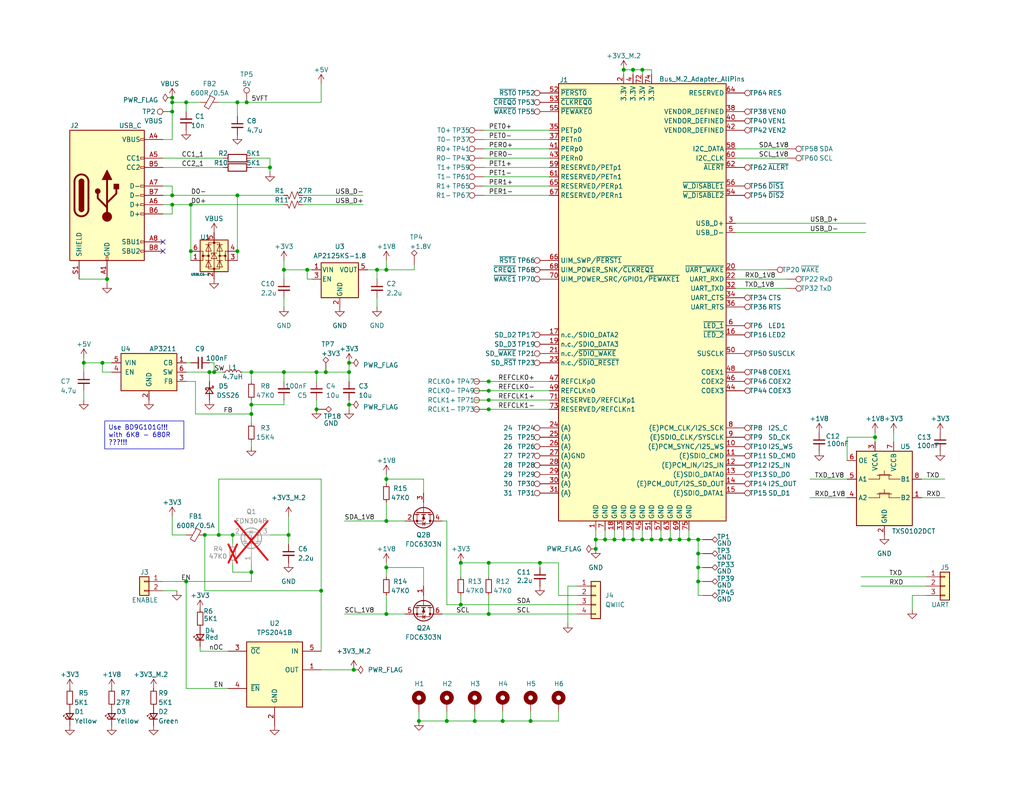
<source format=kicad_sch>
(kicad_sch (version 20231120) (generator "eeschema") (generator_version "8.0")
  (paper "A")
  (title_block (title "P42-M.2_SimpleCarrier") (date "2025-04-06") (rev "2.0") (company "P42 Electronics Design") (comment 1 "(c) 2025 Wolfgang Friedrich") (comment 3 "Released under:") (comment 4 "Creative Commons Attribution-ShareAlike 4.0 International (CC BY-SA 4.0)"))
  (junction (at 63.5 146.05))
  (junction (at 105.41 73.66))
  (junction (at 190.5 147.32))
  (junction (at 64.77 68.58))
  (junction (at 88.9 101.6))
  (junction (at 190.5 154.94))
  (junction (at 125.73 153.67))
  (junction (at 133.35 153.67))
  (junction (at 58.42 101.6))
  (junction (at 187.96 147.32))
  (junction (at 175.26 19.05))
  (junction (at 133.35 111.76))
  (junction (at 170.18 147.32))
  (junction (at 129.54 196.85))
  (junction (at 27.94 99.06))
  (junction (at 167.64 147.32))
  (junction (at 67.31 27.94))
  (junction (at 114.3 196.85))
  (junction (at 46.99 30.48))
  (junction (at 52.07 55.88))
  (junction (at 172.72 147.32))
  (junction (at 144.78 196.85))
  (junction (at 22.86 99.06))
  (junction (at 133.35 106.68))
  (junction (at 83.82 73.66))
  (junction (at 46.99 27.94))
  (junction (at 78.74 146.05))
  (junction (at 238.76 119.38))
  (junction (at 77.47 101.6))
  (junction (at 87.63 161.29))
  (junction (at 68.58 110.49))
  (junction (at 64.77 27.94))
  (junction (at 86.36 111.76))
  (junction (at 52.07 68.58))
  (junction (at 137.16 196.85))
  (junction (at 68.58 113.03))
  (junction (at 133.35 109.22))
  (junction (at 96.52 182.88))
  (junction (at 180.34 147.32))
  (junction (at 175.26 147.32))
  (junction (at 68.58 101.6))
  (junction (at 59.69 146.05))
  (junction (at 190.5 158.75))
  (junction (at 121.92 196.85))
  (junction (at 95.25 110.49))
  (junction (at 50.8 158.75))
  (junction (at 133.35 167.64))
  (junction (at 86.36 101.6))
  (junction (at 46.99 26.67))
  (junction (at 105.41 130.81))
  (junction (at 73.66 45.72))
  (junction (at 55.88 146.05))
  (junction (at 125.73 165.1))
  (junction (at 29.21 76.2))
  (junction (at 105.41 167.64))
  (junction (at 102.87 73.66))
  (junction (at 105.41 154.94))
  (junction (at 185.42 147.32))
  (junction (at 133.35 104.14))
  (junction (at 46.99 53.34))
  (junction (at 105.41 142.24))
  (junction (at 77.47 73.66))
  (junction (at 95.25 99.06))
  (junction (at 64.77 53.34))
  (junction (at 172.72 19.05))
  (junction (at 162.56 149.86))
  (junction (at 147.32 153.67))
  (junction (at 46.99 55.88))
  (junction (at 57.15 101.6))
  (junction (at 170.18 19.05))
  (junction (at 162.56 147.32))
  (junction (at 177.8 147.32))
  (junction (at 68.58 156.21))
  (junction (at 50.8 27.94))
  (junction (at 190.5 151.13))
  (junction (at 95.25 101.6))
  (junction (at 165.1 147.32))
  (junction (at 182.88 147.32))
  (no_connect (at 44.45 66.04))
  (no_connect (at 44.45 68.58))
  (wire (pts (xy 182.88 147.32) (xy 180.34 147.32)))
  (wire (pts (xy 129.54 196.85) (xy 137.16 196.85)))
  (wire (pts (xy 64.77 53.34) (xy 64.77 68.58)))
  (wire (pts (xy 234.95 160.02) (xy 252.73 160.02)))
  (wire (pts (xy 64.77 53.34) (xy 77.47 53.34)))
  (wire (pts (xy 121.92 196.85) (xy 129.54 196.85)))
  (wire (pts (xy 83.82 73.66) (xy 83.82 76.2)))
  (wire (pts (xy 46.99 55.88) (xy 52.07 55.88)))
  (wire (pts (xy 132.08 48.26) (xy 149.86 48.26)))
  (wire (pts (xy 121.92 165.1) (xy 125.73 165.1)))
  (wire (pts (xy 175.26 144.78) (xy 175.26 147.32)))
  (wire (pts (xy 57.15 101.6) (xy 50.8 101.6)))
  (wire (pts (xy 93.98 142.24) (xy 105.41 142.24)))
  (wire (pts (xy 129.54 111.76) (xy 133.35 111.76)))
  (wire (pts (xy 167.64 147.32) (xy 165.1 147.32)))
  (wire (pts (xy 115.57 130.81) (xy 105.41 130.81)))
  (wire (pts (xy 132.08 53.34) (xy 149.86 53.34)))
  (wire (pts (xy 102.87 83.82) (xy 102.87 81.28)))
  (wire (pts (xy 152.4 194.31) (xy 152.4 196.85)))
  (wire (pts (xy 105.41 142.24) (xy 110.49 142.24)))
  (wire (pts (xy 63.5 146.05) (xy 63.5 148.59)))
  (wire (pts (xy 121.92 194.31) (xy 121.92 196.85)))
  (wire (pts (xy 86.36 101.6) (xy 88.9 101.6)))
  (wire (pts (xy 243.84 118.11) (xy 243.84 120.65)))
  (wire (pts (xy 180.34 144.78) (xy 180.34 147.32)))
  (wire (pts (xy 88.9 101.6) (xy 95.25 101.6)))
  (wire (pts (xy 102.87 73.66) (xy 102.87 76.2)))
  (wire (pts (xy 115.57 160.02) (xy 115.57 154.94)))
  (wire (pts (xy 200.66 40.64) (xy 214.63 40.64)))
  (wire (pts (xy 200.66 60.96) (xy 236.22 60.96)))
  (wire (pts (xy 132.08 43.18) (xy 149.86 43.18)))
  (wire (pts (xy 59.69 146.05) (xy 59.69 130.81)))
  (wire (pts (xy 27.94 101.6) (xy 27.94 99.06)))
  (wire (pts (xy 54.61 177.8) (xy 54.61 176.53)))
  (wire (pts (xy 231.14 125.73) (xy 231.14 119.38)))
  (wire (pts (xy 53.34 104.14) (xy 50.8 104.14)))
  (wire (pts (xy 53.34 113.03) (xy 53.34 104.14)))
  (wire (pts (xy 46.99 50.8) (xy 44.45 50.8)))
  (wire (pts (xy 251.46 130.81) (xy 257.81 130.81)))
  (wire (pts (xy 87.63 130.81) (xy 87.63 161.29)))
  (wire (pts (xy 95.25 110.49) (xy 95.25 109.22)))
  (wire (pts (xy 95.25 99.06) (xy 95.25 101.6)))
  (wire (pts (xy 133.35 109.22) (xy 149.86 109.22)))
  (wire (pts (xy 77.47 71.12) (xy 77.47 73.66)))
  (wire (pts (xy 50.8 99.06) (xy 52.07 99.06)))
  (wire (pts (xy 63.5 156.21) (xy 68.58 156.21)))
  (wire (pts (xy 105.41 137.16) (xy 105.41 142.24)))
  (wire (pts (xy 50.8 158.75) (xy 68.58 158.75)))
  (wire (pts (xy 125.73 165.1) (xy 157.48 165.1)))
  (wire (pts (xy 53.34 113.03) (xy 68.58 113.03)))
  (wire (pts (xy 44.45 38.1) (xy 46.99 38.1)))
  (wire (pts (xy 185.42 144.78) (xy 185.42 147.32)))
  (wire (pts (xy 154.94 170.18) (xy 154.94 160.02)))
  (wire (pts (xy 46.99 53.34) (xy 46.99 50.8)))
  (wire (pts (xy 77.47 101.6) (xy 86.36 101.6)))
  (wire (pts (xy 132.08 35.56) (xy 149.86 35.56)))
  (wire (pts (xy 209.55 73.66) (xy 200.66 73.66)))
  (wire (pts (xy 59.69 27.94) (xy 64.77 27.94)))
  (wire (pts (xy 55.88 146.05) (xy 59.69 146.05)))
  (wire (pts (xy 133.35 106.68) (xy 149.86 106.68)))
  (wire (pts (xy 248.92 166.37) (xy 248.92 162.56)))
  (wire (pts (xy 105.41 130.81) (xy 105.41 132.08)))
  (wire (pts (xy 162.56 147.32) (xy 162.56 149.86)))
  (wire (pts (xy 182.88 144.78) (xy 182.88 147.32)))
  (wire (pts (xy 187.96 144.78) (xy 187.96 147.32)))
  (wire (pts (xy 46.99 30.48) (xy 46.99 38.1)))
  (wire (pts (xy 251.46 135.89) (xy 257.81 135.89)))
  (wire (pts (xy 175.26 19.05) (xy 172.72 19.05)))
  (wire (pts (xy 67.31 27.94) (xy 87.63 27.94)))
  (wire (pts (xy 30.48 101.6) (xy 27.94 101.6)))
  (wire (pts (xy 96.52 182.88) (xy 87.63 182.88)))
  (wire (pts (xy 121.92 142.24) (xy 121.92 165.1)))
  (wire (pts (xy 200.66 63.5) (xy 236.22 63.5)))
  (wire (pts (xy 50.8 27.94) (xy 50.8 30.48)))
  (wire (pts (xy 58.42 99.06) (xy 58.42 101.6)))
  (wire (pts (xy 46.99 27.94) (xy 46.99 30.48)))
  (wire (pts (xy 52.07 68.58) (xy 52.07 55.88)))
  (wire (pts (xy 46.99 58.42) (xy 46.99 55.88)))
  (wire (pts (xy 82.55 53.34) (xy 99.06 53.34)))
  (wire (pts (xy 248.92 162.56) (xy 252.73 162.56)))
  (wire (pts (xy 29.21 76.2) (xy 29.21 77.47)))
  (wire (pts (xy 95.25 110.49) (xy 95.25 111.76)))
  (wire (pts (xy 157.48 162.56) (xy 152.4 162.56)))
  (wire (pts (xy 78.74 146.05) (xy 78.74 148.59)))
  (wire (pts (xy 66.04 101.6) (xy 68.58 101.6)))
  (wire (pts (xy 44.45 158.75) (xy 50.8 158.75)))
  (wire (pts (xy 68.58 109.22) (xy 68.58 110.49)))
  (wire (pts (xy 105.41 167.64) (xy 110.49 167.64)))
  (wire (pts (xy 77.47 109.22) (xy 77.47 110.49)))
  (wire (pts (xy 87.63 22.86) (xy 87.63 27.94)))
  (wire (pts (xy 77.47 104.14) (xy 77.47 101.6)))
  (wire (pts (xy 170.18 19.05) (xy 170.18 20.32)))
  (wire (pts (xy 68.58 113.03) (xy 68.58 115.57)))
  (wire (pts (xy 114.3 196.85) (xy 121.92 196.85)))
  (wire (pts (xy 52.07 71.12) (xy 52.07 68.58)))
  (wire (pts (xy 120.65 167.64) (xy 133.35 167.64)))
  (wire (pts (xy 172.72 19.05) (xy 172.72 20.32)))
  (wire (pts (xy 133.35 162.56) (xy 133.35 167.64)))
  (wire (pts (xy 68.58 101.6) (xy 77.47 101.6)))
  (wire (pts (xy 68.58 120.65) (xy 68.58 121.92)))
  (wire (pts (xy 55.88 161.29) (xy 55.88 146.05)))
  (wire (pts (xy 152.4 196.85) (xy 144.78 196.85)))
  (wire (pts (xy 175.26 147.32) (xy 172.72 147.32)))
  (wire (pts (xy 190.5 147.32) (xy 187.96 147.32)))
  (wire (pts (xy 190.5 158.75) (xy 190.5 162.56)))
  (wire (pts (xy 93.98 167.64) (xy 105.41 167.64)))
  (wire (pts (xy 83.82 73.66) (xy 85.09 73.66)))
  (wire (pts (xy 63.5 153.67) (xy 63.5 156.21)))
  (wire (pts (xy 73.66 45.72) (xy 73.66 46.99)))
  (wire (pts (xy 77.47 110.49) (xy 68.58 110.49)))
  (wire (pts (xy 177.8 147.32) (xy 175.26 147.32)))
  (wire (pts (xy 54.61 177.8) (xy 62.23 177.8)))
  (wire (pts (xy 77.47 76.2) (xy 77.47 73.66)))
  (wire (pts (xy 105.41 129.54) (xy 105.41 130.81)))
  (wire (pts (xy 129.54 106.68) (xy 133.35 106.68)))
  (wire (pts (xy 27.94 99.06) (xy 30.48 99.06)))
  (wire (pts (xy 102.87 73.66) (xy 105.41 73.66)))
  (wire (pts (xy 129.54 109.22) (xy 133.35 109.22)))
  (wire (pts (xy 50.8 187.96) (xy 62.23 187.96)))
  (wire (pts (xy 214.63 76.2) (xy 200.66 76.2)))
  (wire (pts (xy 86.36 104.14) (xy 86.36 101.6)))
  (wire (pts (xy 133.35 104.14) (xy 149.86 104.14)))
  (wire (pts (xy 50.8 146.05) (xy 46.99 146.05)))
  (wire (pts (xy 125.73 153.67) (xy 133.35 153.67)))
  (wire (pts (xy 95.25 101.6) (xy 95.25 104.14)))
  (wire (pts (xy 125.73 157.48) (xy 125.73 153.67)))
  (wire (pts (xy 77.47 73.66) (xy 83.82 73.66)))
  (wire (pts (xy 214.63 78.74) (xy 200.66 78.74)))
  (wire (pts (xy 105.41 154.94) (xy 105.41 157.48)))
  (wire (pts (xy 231.14 119.38) (xy 238.76 119.38)))
  (wire (pts (xy 46.99 26.67) (xy 46.99 27.94)))
  (wire (pts (xy 44.45 45.72) (xy 60.96 45.72)))
  (wire (pts (xy 185.42 147.32) (xy 182.88 147.32)))
  (wire (pts (xy 177.8 20.32) (xy 177.8 19.05)))
  (wire (pts (xy 238.76 119.38) (xy 238.76 120.65)))
  (wire (pts (xy 133.35 111.76) (xy 149.86 111.76)))
  (wire (pts (xy 190.5 162.56) (xy 191.77 162.56)))
  (wire (pts (xy 144.78 194.31) (xy 144.78 196.85)))
  (wire (pts (xy 190.5 154.94) (xy 191.77 154.94)))
  (wire (pts (xy 57.15 101.6) (xy 57.15 104.14)))
  (wire (pts (xy 165.1 144.78) (xy 165.1 147.32)))
  (wire (pts (xy 187.96 147.32) (xy 185.42 147.32)))
  (wire (pts (xy 231.14 130.81) (xy 220.98 130.81)))
  (wire (pts (xy 172.72 19.05) (xy 170.18 19.05)))
  (wire (pts (xy 46.99 53.34) (xy 64.77 53.34)))
  (wire (pts (xy 190.5 147.32) (xy 190.5 151.13)))
  (wire (pts (xy 190.5 151.13) (xy 190.5 154.94)))
  (wire (pts (xy 77.47 83.82) (xy 77.47 81.28)))
  (wire (pts (xy 82.55 55.88) (xy 99.06 55.88)))
  (wire (pts (xy 180.34 147.32) (xy 177.8 147.32)))
  (wire (pts (xy 129.54 194.31) (xy 129.54 196.85)))
  (wire (pts (xy 105.41 73.66) (xy 113.03 73.66)))
  (wire (pts (xy 68.58 43.18) (xy 73.66 43.18)))
  (wire (pts (xy 22.86 97.79) (xy 22.86 99.06)))
  (wire (pts (xy 64.77 27.94) (xy 67.31 27.94)))
  (wire (pts (xy 87.63 177.8) (xy 87.63 161.29)))
  (wire (pts (xy 154.94 160.02) (xy 157.48 160.02)))
  (wire (pts (xy 58.42 101.6) (xy 57.15 101.6)))
  (wire (pts (xy 115.57 154.94) (xy 105.41 154.94)))
  (wire (pts (xy 105.41 153.67) (xy 105.41 154.94)))
  (wire (pts (xy 234.95 157.48) (xy 252.73 157.48)))
  (wire (pts (xy 87.63 161.29) (xy 55.88 161.29)))
  (wire (pts (xy 64.77 68.58) (xy 64.77 71.12)))
  (wire (pts (xy 144.78 196.85) (xy 137.16 196.85)))
  (wire (pts (xy 133.35 153.67) (xy 147.32 153.67)))
  (wire (pts (xy 22.86 99.06) (xy 22.86 101.6)))
  (wire (pts (xy 22.86 109.22) (xy 22.86 106.68)))
  (wire (pts (xy 165.1 147.32) (xy 162.56 147.32)))
  (wire (pts (xy 172.72 147.32) (xy 170.18 147.32)))
  (wire (pts (xy 78.74 140.97) (xy 78.74 146.05)))
  (wire (pts (xy 133.35 153.67) (xy 133.35 157.48)))
  (wire (pts (xy 44.45 55.88) (xy 46.99 55.88)))
  (wire (pts (xy 68.58 156.21) (xy 68.58 153.67)))
  (wire (pts (xy 132.08 45.72) (xy 149.86 45.72)))
  (wire (pts (xy 137.16 196.85) (xy 137.16 194.31)))
  (wire (pts (xy 113.03 73.66) (xy 113.03 72.39)))
  (wire (pts (xy 46.99 27.94) (xy 50.8 27.94)))
  (wire (pts (xy 152.4 153.67) (xy 152.4 162.56)))
  (wire (pts (xy 129.54 104.14) (xy 133.35 104.14)))
  (wire (pts (xy 46.99 146.05) (xy 46.99 140.97)))
  (wire (pts (xy 100.33 73.66) (xy 102.87 73.66)))
  (wire (pts (xy 29.21 76.2) (xy 21.59 76.2)))
  (wire (pts (xy 22.86 99.06) (xy 27.94 99.06)))
  (wire (pts (xy 190.5 151.13) (xy 191.77 151.13)))
  (wire (pts (xy 44.45 53.34) (xy 46.99 53.34)))
  (wire (pts (xy 50.8 27.94) (xy 54.61 27.94)))
  (wire (pts (xy 68.58 158.75) (xy 68.58 156.21)))
  (wire (pts (xy 115.57 134.62) (xy 115.57 130.81)))
  (wire (pts (xy 167.64 144.78) (xy 167.64 147.32)))
  (wire (pts (xy 125.73 162.56) (xy 125.73 165.1)))
  (wire (pts (xy 60.96 101.6) (xy 58.42 101.6)))
  (wire (pts (xy 177.8 19.05) (xy 175.26 19.05)))
  (wire (pts (xy 44.45 161.29) (xy 48.26 161.29)))
  (wire (pts (xy 57.15 99.06) (xy 58.42 99.06)))
  (wire (pts (xy 68.58 45.72) (xy 73.66 45.72)))
  (wire (pts (xy 133.35 167.64) (xy 157.48 167.64)))
  (wire (pts (xy 170.18 144.78) (xy 170.18 147.32)))
  (wire (pts (xy 59.69 146.05) (xy 63.5 146.05)))
  (wire (pts (xy 44.45 58.42) (xy 46.99 58.42)))
  (wire (pts (xy 68.58 104.14) (xy 68.58 101.6)))
  (wire (pts (xy 105.41 71.12) (xy 105.41 73.66)))
  (wire (pts (xy 132.08 38.1) (xy 149.86 38.1)))
  (wire (pts (xy 175.26 19.05) (xy 175.26 20.32)))
  (wire (pts (xy 114.3 194.31) (xy 114.3 196.85)))
  (wire (pts (xy 231.14 135.89) (xy 220.98 135.89)))
  (wire (pts (xy 85.09 76.2) (xy 83.82 76.2)))
  (wire (pts (xy 147.32 153.67) (xy 152.4 153.67)))
  (wire (pts (xy 238.76 118.11) (xy 238.76 119.38)))
  (wire (pts (xy 68.58 110.49) (xy 68.58 113.03)))
  (wire (pts (xy 132.08 50.8) (xy 149.86 50.8)))
  (wire (pts (xy 132.08 40.64) (xy 149.86 40.64)))
  (wire (pts (xy 147.32 153.67) (xy 147.32 154.94)))
  (wire (pts (xy 191.77 147.32) (xy 190.5 147.32)))
  (wire (pts (xy 44.45 43.18) (xy 60.96 43.18)))
  (wire (pts (xy 73.66 43.18) (xy 73.66 45.72)))
  (wire (pts (xy 59.69 130.81) (xy 87.63 130.81)))
  (wire (pts (xy 162.56 144.78) (xy 162.56 147.32)))
  (wire (pts (xy 73.66 146.05) (xy 78.74 146.05)))
  (wire (pts (xy 170.18 147.32) (xy 167.64 147.32)))
  (wire (pts (xy 50.8 158.75) (xy 50.8 187.96)))
  (wire (pts (xy 177.8 144.78) (xy 177.8 147.32)))
  (wire (pts (xy 190.5 158.75) (xy 191.77 158.75)))
  (wire (pts (xy 120.65 142.24) (xy 121.92 142.24)))
  (wire (pts (xy 200.66 43.18) (xy 214.63 43.18)))
  (wire (pts (xy 190.5 154.94) (xy 190.5 158.75)))
  (wire (pts (xy 105.41 162.56) (xy 105.41 167.64)))
  (wire (pts (xy 172.72 144.78) (xy 172.72 147.32)))
  (wire (pts (xy 64.77 27.94) (xy 64.77 31.75)))
  (wire (pts (xy 86.36 111.76) (xy 86.36 109.22)))
  (wire (pts (xy 52.07 55.88) (xy 77.47 55.88)))
  (text_box "Use BD9G101G!!! with 6K8 - 680R ???!!!" (at 28.575 114.935 0) (size 21.59 7.62) (effects (font (size 1.27 1.27)) (justify left top)))
  (label "SDA_1V8" (at 93.98 142.24 0))
  (label "REFCLK1+" (at 135.89 109.22 0))
  (label "USB_D+" (at 220.98 60.96 0))
  (label "CC1_1" (at 49.53 43.18 0))
  (label "EN" (at 60.96 187.96 180))
  (label "PET0-" (at 133.35 38.1 0))
  (label "PET1+" (at 133.35 45.72 0))
  (label "PET1-" (at 133.35 48.26 0))
  (label "RXD_1V8" (at 222.25 135.89 0))
  (label "SDA" (at 140.97 165.1 0))
  (label "5VFT" (at 68.58 27.94 0))
  (label "SCL" (at 140.97 167.64 0))
  (label "REFCLK0+" (at 135.89 104.14 0))
  (label "TXD" (at 252.73 130.81 0))
  (label "TXD" (at 242.57 157.48 0))
  (label "PER0-" (at 133.35 43.18 0))
  (label "REFCLK1-" (at 135.89 111.76 0))
  (label "USB_D+" (at 91.44 55.88 0))
  (label "RXD_1V8" (at 203.2 76.2 0))
  (label "PER1-" (at 133.35 53.34 0))
  (label "PET0+" (at 133.35 35.56 0))
  (label "PER0+" (at 133.35 40.64 0))
  (label "D0-" (at 52.07 53.34 0))
  (label "RXD" (at 252.73 135.89 0))
  (label "EN" (at 52.07 158.75 180))
  (label "USB_D-" (at 91.44 53.34 0))
  (label "D0+" (at 52.07 55.88 0))
  (label "SCL_1V8" (at 93.98 167.64 0))
  (label "TXD_1V8" (at 222.25 130.81 0))
  (label "SDA_1V8" (at 207.01 40.64 0))
  (label "SCL_1V8" (at 207.01 43.18 0))
  (label "USB_D-" (at 220.98 63.5 0))
  (label "TXD_1V8" (at 203.2 78.74 0))
  (label "SCL" (at 124.46 167.64 0))
  (label "FB" (at 60.96 113.03 0))
  (label "REFCLK0-" (at 135.89 106.68 0))
  (label "RXD" (at 242.57 160.02 0))
  (label "SW" (at 58.42 101.6 0))
  (label "PER1+" (at 133.35 50.8 0))
  (label "nOC" (at 60.96 177.8 180))
  (label "CC2_1" (at 49.53 45.72 0))
  (symbol (lib_id "Device:LED_Small") (at 19.05 195.58 90) (unit 1)
    (property "Reference" "D1" (at 20.32 194.31 90) (effects (justify right)))
    (property "Value" "Yellow" (at 20.32 196.85 90) (effects (justify right)))
    (property "Footprint" "LED_SMD:LED_0603_1608Metric" (effects (hide yes)))
    (property "Description" "LED YELLOW CLEAR 0603 SMD" (effects (hide yes)))
    (property "Mfr1" "Würth" (effects (hide yes)))
    (property "Mfr1 PN" "150060YS75000" (effects (hide yes)))
    (property "JLCPCB #" "C434424" (effects (hide yes)))
    (property "LCSC Part #" "C434424" (effects (hide yes)))
    (property "Mfr2" "Yongyu Photoelectric" (effects (hide yes)))
    (property "Mfr2 PN" "SZYY0603Y" (effects (hide yes)))
  )
  (symbol (lib_id "power:GND") (at 114.3 196.85 0) (unit 1)
    (property "Reference" "#PWR019" (effects (hide yes)))
    (property "Value" "GND" (effects (hide yes)))
  )
  (symbol (lib_id "Device:Q_PMOS_GSD") (at 68.58 148.59 270) (mirror x) (unit 1) (dnp yes)
    (property "Reference" "Q1" (at 68.58 139.7 90))
    (property "Value" "FDN304P" (at 68.58 142.24 90))
    (property "Footprint" "Package_TO_SOT_SMD:SOT-23-3" (effects (hide yes)))
    (property "Description" "MOSFET P-CH 20V 2.4A 53mOhm, SOT23-3" (effects (hide yes)))
    (property "LCSC Part #" "C154510" (effects (hide yes)))
    (property "Mfr1" "ON Semi" (effects (hide yes)))
    (property "Mfr1 PN" "FDN306P" (effects (hide yes)))
  )
  (symbol (lib_id "Connector:TestPoint") (at 132.08 35.56 90) (mirror x) (unit 1) (in_bom no)
    (property "Reference" "TP35" (at 128.27 35.56 90) (effects (justify left)))
    (property "Value" "T0+" (at 123.19 35.56 90) (effects (justify left)))
    (property "Footprint" "P42:THTPad_D1.5mm_Drill1.0mm" (effects (hide yes)))
  )
  (symbol (lib_id "Device:C_Small") (at 86.36 106.68 0) (unit 1)
    (property "Reference" "C4" (at 88.9 105.41 0) (effects (justify left)))
    (property "Value" "10u" (at 88.9 107.95 0) (effects (justify left)))
    (property "Footprint" "Capacitor_SMD:C_1206_3216Metric" (effects (hide yes)))
    (property "Description" "CAP CER 10UF 50V X7R 1206" (effects (hide yes)))
    (property "Mfr" "Samsung" (effects (hide yes)))
    (property "Mfr PN" "CL31B106KBHNNNE" (effects (hide yes)))
    (property "JLCPCB #" "C13585" (effects (hide yes)))
    (property "LCSC Part #" "C13585" (effects (hide yes)))
    (property "Mfr1" "Samsung" (effects (hide yes)))
    (property "Mfr1 PN" "CL31B106KBHNNNE" (effects (hide yes)))
  )
  (symbol (lib_id "power:GND") (at 50.8 35.56 0) (unit 1)
    (property "Reference" "#PWR08" (effects (hide yes)))
    (property "Value" "GND" (effects (hide yes)))
  )
  (symbol (lib_id "Device:R_Small") (at 41.91 190.5 0) (unit 1)
    (property "Reference" "R9" (at 43.18 189.23 0) (effects (justify left)))
    (property "Value" "5K1" (at 43.18 191.77 0) (effects (justify left)))
    (property "Footprint" "Resistor_SMD:R_0603_1608Metric" (effects (hide yes)))
    (property "Description" "RES 5K1 1% 0.1W 0603" (effects (hide yes)))
    (property "BOM Description" "Res, 4K7, 1%, 0.1W, 0603" (effects (hide yes)))
    (property "Mfr" "generic" (effects (hide yes)))
    (property "Mfr PN" "na" (effects (hide yes)))
    (property "Mfr1" "generic" (effects (hide yes)))
    (property "Mfr1 PN" "na" (effects (hide yes)))
    (property "JLCPCB #" "C23186" (effects (hide yes)))
    (property "LCSC Part #" "C23186" (effects (hide yes)))
  )
  (symbol (lib_id "power:GND") (at 74.93 198.12 0) (mirror y) (unit 1)
    (property "Reference" "#PWR018" (effects (hide yes)))
    (property "Value" "GND" (effects (hide yes)))
  )
  (symbol (lib_id "Connector:USB_C_Receptacle_USB2.0") (at 29.21 53.34 0) (unit 1)
    (property "Reference" "J2" (at 20.32 34.29 0))
    (property "Value" "USB_C" (at 35.56 34.29 0))
    (property "Footprint" "Connector_USB:USB_C_Receptacle_G-Switch_GT-USB-7010ASV" (effects (hide yes)))
    (property "Datasheet" "https://www.usb.org/sites/default/files/documents/usb_type-c.zip" (effects (hide yes)))
    (property "Description" "CONN, USB-C 2.0, TH" (effects (hide yes)))
    (property "Mfr" "G-Switch" (effects (hide yes)))
    (property "Mfr PN" "GT-USB-7010ASV" (effects (hide yes)))
    (property "LCSC Part #" "C2988369" (effects (hide yes)))
    (property "Mfr1" "G-Switch" (effects (hide yes)))
    (property "Mfr1 PN" "GT-USB-7010ASV" (effects (hide yes)))
  )
  (symbol (lib_id "power:GND") (at 48.26 161.29 0) (mirror y) (unit 1)
    (property "Reference" "#PWR027" (effects (hide yes)))
    (property "Value" "GND" (effects (hide yes)))
  )
  (symbol (lib_id "Connector:TestPoint") (at 200.66 45.72 270) (unit 1) (in_bom no)
    (property "Reference" "TP62" (at 204.47 45.72 90) (effects (justify left)))
    (property "Value" "~{ALERT}" (at 209.55 45.72 90) (effects (justify left)))
    (property "Footprint" "P42:THTPad_D1.5mm_Drill1.0mm" (effects (hide yes)))
  )
  (symbol (lib_id "power:GND") (at 241.3 146.05 0) (unit 1)
    (property "Reference" "#PWR030" (effects (hide yes)))
    (property "Value" "GND" (at 241.3 151.13 0))
  )
  (symbol (lib_id "P42-6:USBLC6-2") (at 58.42 69.85 0) (unit 1)
    (property "Reference" "U1" (at 54.61 64.77 0) (effects (justify left)))
    (property "Value" "USBLC6-2" (at 52.07 74.93 0) (effects (font (size 0.635 0.635)) (justify left)))
    (property "Footprint" "Package_TO_SOT_SMD:SOT-666" (effects (hide yes)))
    (property "Datasheet" "https://www.st.com/resource/en/datasheet/usblc6-2.pdf" (effects (hide yes)))
    (property "Description" "DIODE, TVS, 2-CH 5V, SOT-666" (effects (hide yes)))
    (property "Mfr" "ST Micro" (effects (hide yes)))
    (property "Mfr PN" "USBLC6-2P6" (effects (hide yes)))
    (property "Mfr1" "ST Micro" (effects (hide yes)))
    (property "Mfr1 PN" "USBLC6-2P6" (effects (hide yes)))
    (property "JLCPCB #" "C2827693" (effects (hide yes)))
    (property "LCSC Part #" "C2827693" (effects (hide yes)))
    (property "Mfr2" "TECH PUBLIC" (effects (hide yes)))
    (property "Mfr2 PN" "USBLC6-2P6" (effects (hide yes)))
  )
  (symbol (lib_id "Device:R_Small") (at 125.73 160.02 180) (unit 1)
    (property "Reference" "R13" (at 129.54 158.75 0))
    (property "Value" "47K0" (at 129.54 161.29 0))
    (property "Footprint" "Resistor_SMD:R_0603_1608Metric" (effects (hide yes)))
    (property "Description" "Res, 47K, 1%, 0.1W, 0603" (effects (hide yes)))
    (property "BOM Description" "Res, 47K, 1%, 0.1W, 0603" (effects (hide yes)))
    (property "Mfr" "generic" (effects (hide yes)))
    (property "Mfr PN" "na" (effects (hide yes)))
    (property "Mfr1" "generic" (effects (hide yes)))
    (property "Mfr1 PN" "na" (effects (hide yes)))
    (property "JLCPCB #" "C25819" (effects (hide yes)))
    (property "LCSC Part #" "C25819" (effects (hide yes)))
  )
  (symbol (lib_id "power:+3V3") (at 46.99 140.97 0) (unit 1)
    (property "Reference" "#PWR015" (effects (hide yes)))
    (property "Value" "+3V3" (at 46.99 137.16 0))
  )
  (symbol (lib_id "Connector:TestPoint") (at 209.55 73.66 270) (unit 1) (in_bom no)
    (property "Reference" "TP20" (at 213.36 73.66 90) (effects (justify left)))
    (property "Value" "~{WAKE}" (at 218.44 73.66 90) (effects (justify left)))
    (property "Footprint" "P42:THTPad_D1.5mm_Drill1.0mm" (effects (hide yes)))
  )
  (symbol (lib_id "power:+3V3") (at 95.25 99.06 0) (unit 1)
    (property "Reference" "#PWR059" (effects (hide yes)))
    (property "Value" "+3V3" (at 95.25 95.25 0))
  )
  (symbol (lib_id "power:+5V") (at 22.86 97.79 0) (unit 1)
    (property "Reference" "#PWR01" (effects (hide yes)))
    (property "Value" "+5V" (at 22.86 93.98 0))
  )
  (symbol (lib_id "power:GND") (at 29.21 77.47 0) (unit 1)
    (property "Reference" "#PWR05" (effects (hide yes)))
    (property "Value" "GND" (effects (hide yes)))
  )
  (symbol (lib_id "Device:FerriteBead_Small") (at 57.15 27.94 270) (unit 1)
    (property "Reference" "FB2" (at 57.1881 22.86 90))
    (property "Value" "600R/0.5A" (at 57.1881 25.4 90))
    (property "Footprint" "Inductor_SMD:L_0603_1608Metric" (effects (hide yes)))
    (property "Description" "IND FERRITE 600R 0.5A 0603" (effects (hide yes)))
    (property "Mfr" "Murata" (effects (hide yes)))
    (property "Mfr PN" "BLM18AG601SN1D" (effects (hide yes)))
    (property "JLCPCB #" "C710380" (effects (hide yes)))
    (property "LCSC Part #" "C710380" (effects (hide yes)))
    (property "Mfr1" "Murata" (effects (hide yes)))
    (property "Mfr1 PN" "BLM18AG601SN1D" (effects (hide yes)))
  )
  (symbol (lib_id "power:GND") (at 77.47 83.82 0) (unit 1)
    (property "Reference" "#PWR0115" (effects (hide yes)))
    (property "Value" "GND" (at 77.47 88.9 0))
  )
  (symbol (lib_id "Regulator_Linear:AP2127K-1.8") (at 92.71 76.2 0) (unit 1)
    (property "Reference" "U3" (at 92.71 67.31 0))
    (property "Value" "AP2125KS-1.8" (at 92.71 69.85 0))
    (property "Footprint" "Package_TO_SOT_SMD:SOT-23-5" (effects (hide yes)))
    (property "Datasheet" "https://www.diodes.com/assets/Datasheets/AP2125.pdf" (effects (hide yes)))
    (property "Description" "IC REG LINEAR 1.8V 300MA SOT23-5" (effects (hide yes)))
    (property "JLCPCB #" "C7214645" (effects (hide yes)))
    (property "LCSC Part #" "C7214645" (effects (hide yes)))
    (property "Mfr" "Diodes Inc." (effects (hide yes)))
    (property "Mfr PN" "AP2125KS-1.8TRG1" (effects (hide yes)))
    (property "Mfr1" "Diodes Inc." (effects (hide yes)))
    (property "Mfr1 PN" "AP2125KS-1.8TRG1" (effects (hide yes)))
  )
  (symbol (lib_id "power:+3V3") (at 125.73 153.67 0) (unit 1)
    (property "Reference" "#PWR025" (effects (hide yes)))
    (property "Value" "+3V3" (at 125.73 149.86 0))
  )
  (symbol (lib_id "power:GND") (at 92.71 83.82 0) (unit 1)
    (property "Reference" "#PWR0116" (effects (hide yes)))
    (property "Value" "GND" (at 92.71 88.9 0))
  )
  (symbol (lib_id "power:GND") (at 147.32 160.02 0) (unit 1)
    (property "Reference" "#PWR023" (effects (hide yes)))
    (property "Value" "GND" (effects (hide yes)))
  )
  (symbol (lib_id "power:+3V3") (at 19.05 187.96 0) (unit 1)
    (property "Reference" "#PWR032" (effects (hide yes)))
    (property "Value" "+3V3" (at 19.05 184.15 0))
  )
  (symbol (lib_id "Connector:TestPoint") (at 200.66 119.38 270) (unit 1) (in_bom no)
    (property "Reference" "TP9" (at 204.47 119.38 90) (effects (justify left)))
    (property "Value" "SD_CK" (at 209.55 119.38 90) (effects (justify left)))
    (property "Footprint" "P42:THTPad_D1.5mm_Drill1.0mm" (effects (hide yes)))
  )
  (symbol (lib_id "Device:D_Schottky_Small") (at 57.15 106.68 270) (unit 1)
    (property "Reference" "D5" (at 60.96 105.41 90))
    (property "Value" "DSS26" (at 62.23 107.95 90))
    (property "Footprint" "Diode_SMD:D_SOD-123" (effects (hide yes)))
    (property "Description" "TVS DIODE 12.8VWM 21.2VC SOD123" (effects (hide yes)))
    (property "Mfr" "On Semi" (effects (hide yes)))
    (property "Mfr PN" "SS26FL" (effects (hide yes)))
    (property "Mfr1" "On Semi" (effects (hide yes)))
    (property "Mfr1 PN" "SS26FL" (effects (hide yes)))
    (property "JLCPCB #" "C511867" (effects (hide yes)))
    (property "LCSC Part #" "C511867" (effects (hide yes)))
    (property "Mfr2" "BORN" (effects (hide yes)))
    (property "Mfr2 PN" "DSS26" (effects (hide yes)))
  )
  (symbol (lib_id "power:GND") (at 19.05 198.12 0) (unit 1)
    (property "Reference" "#PWR033" (effects (hide yes)))
    (property "Value" "GND" (effects (hide yes)))
  )
  (symbol (lib_id "power:PWR_FLAG") (at 162.56 149.86 90) (unit 1)
    (property "Reference" "#FLG02" (effects (hide yes)))
    (property "Value" "PWR_FLAG" (at 158.75 149.86 90) (effects (justify left)))
  )
  (symbol (lib_id "Connector:TestPoint") (at 200.66 33.02 270) (unit 1) (in_bom no)
    (property "Reference" "TP40" (at 204.47 33.02 90) (effects (justify left)))
    (property "Value" "VEN1" (at 209.55 33.02 90) (effects (justify left)))
    (property "Footprint" "P42:THTPad_D1.5mm_Drill1.0mm" (effects (hide yes)))
  )
  (symbol (lib_id "Connector:TestPoint") (at 149.86 119.38 90) (mirror x) (unit 1) (in_bom no)
    (property "Reference" "TP25" (at 146.05 119.38 90) (effects (justify left)))
    (property "Value" "25" (at 139.954 119.38 90) (effects (justify left)))
    (property "Footprint" "P42:THTPad_D1.5mm_Drill1.0mm" (effects (hide yes)))
  )
  (symbol (lib_id "power:+3V3") (at 54.61 166.37 0) (unit 1)
    (property "Reference" "#PWR021" (effects (hide yes)))
    (property "Value" "+3V3" (at 54.61 162.56 0))
  )
  (symbol (lib_id "Device:Q_Dual_NMOS_G1S2G2D2S1D1") (at 115.57 139.7 270) (unit 2)
    (property "Reference" "Q2" (at 115.57 146.05 90))
    (property "Value" "FDC6303N" (at 115.57 148.59 90))
    (property "Footprint" "Package_TO_SOT_SMD:SOT-23-6" (effects (hide yes)))
    (property "Description" "MOSFET 2N-CH 25V 0.68A SOT23-6 G1S2G2D2S1D1" (effects (hide yes)))
    (property "Mfr" "Rohm" (effects (hide yes)))
    (property "Mfr PN" "FDC6303N" (effects (hide yes)))
    (property "JLCPCB #" "C5246389" (effects (hide yes)))
    (property "LCSC Part #" "C5246389" (effects (hide yes)))
    (property "Mfr1" "TECH PUBLIC" (effects (hide yes)))
    (property "Mfr1 PN" "FDC6301N-TP" (effects (hide yes)))
  )
  (symbol (lib_id "Device:R_Small") (at 105.41 134.62 180) (unit 1)
    (property "Reference" "R15" (at 109.22 133.35 0))
    (property "Value" "47K0" (at 109.22 135.89 0))
    (property "Footprint" "Resistor_SMD:R_0603_1608Metric" (effects (hide yes)))
    (property "Description" "Res, 47K, 1%, 0.1W, 0603" (effects (hide yes)))
    (property "BOM Description" "Res, 47K, 1%, 0.1W, 0603" (effects (hide yes)))
    (property "Mfr" "generic" (effects (hide yes)))
    (property "Mfr PN" "na" (effects (hide yes)))
    (property "Mfr1" "generic" (effects (hide yes)))
    (property "Mfr1 PN" "na" (effects (hide yes)))
    (property "JLCPCB #" "C25819" (effects (hide yes)))
    (property "LCSC Part #" "C25819" (effects (hide yes)))
  )
  (symbol (lib_id "Connector:TestPoint") (at 200.66 116.84 270) (unit 1) (in_bom no)
    (property "Reference" "TP8" (at 204.47 116.84 90) (effects (justify left)))
    (property "Value" "I2S_C" (at 209.55 116.84 90) (effects (justify left)))
    (property "Footprint" "P42:THTPad_D1.5mm_Drill1.0mm" (effects (hide yes)))
  )
  (symbol (lib_id "Connector:TestPoint") (at 149.86 127 90) (mirror x) (unit 1) (in_bom no)
    (property "Reference" "TP28" (at 146.05 127 90) (effects (justify left)))
    (property "Value" "28" (at 139.954 127 90) (effects (justify left)))
    (property "Footprint" "P42:THTPad_D1.5mm_Drill1.0mm" (effects (hide yes)))
  )
  (symbol (lib_id "Device:C_Small") (at 102.87 78.74 0) (unit 1)
    (property "Reference" "C2" (at 105.41 77.47 0) (effects (justify left)))
    (property "Value" "2.2u" (at 105.41 80.01 0) (effects (justify left)))
    (property "Footprint" "Capacitor_SMD:C_0603_1608Metric" (effects (hide yes)))
    (property "Description" "CAP CER 2.2UF 16V X5R 0603" (effects (hide yes)))
    (property "Mfr" "generic" (effects (hide yes)))
    (property "Mfr PN" "na" (effects (hide yes)))
    (property "Mfr1" "generic" (effects (hide yes)))
    (property "Mfr1 PN" "na" (effects (hide yes)))
    (property "JLCPCB #" "C23630 " (effects (hide yes)))
    (property "LCSC Part #" "C23630 " (effects (hide yes)))
  )
  (symbol (lib_id "Connector:TestPoint") (at 200.66 25.4 270) (unit 1) (in_bom no)
    (property "Reference" "TP64" (at 204.47 25.4 90) (effects (justify left)))
    (property "Value" "RES" (at 209.55 25.4 90) (effects (justify left)))
    (property "Footprint" "P42:THTPad_D1.5mm_Drill1.0mm" (effects (hide yes)))
  )
  (symbol (lib_id "Connector:TestPoint") (at 200.66 106.68 270) (unit 1) (in_bom no)
    (property "Reference" "TP44" (at 204.47 106.68 90) (effects (justify left)))
    (property "Value" "COEX3" (at 209.55 106.68 90) (effects (justify left)))
    (property "Footprint" "P42:THTPad_D1.5mm_Drill1.0mm" (effects (hide yes)))
  )
  (symbol (lib_id "Connector:TestPoint_Alt") (at 191.77 147.32 270) (unit 1) (in_bom no)
    (property "Reference" "TP1" (at 195.58 146.558 90) (effects (justify left)))
    (property "Value" "GND" (at 195.58 148.336 90) (effects (justify left)))
    (property "Footprint" "P42:THTPad_D1.5mm_Drill1.0mm" (effects (hide yes)))
  )
  (symbol (lib_id "Connector:TestPoint") (at 67.31 27.94 0) (unit 1) (in_bom no)
    (property "Reference" "TP5" (at 67.31 20.32 0))
    (property "Value" "5V" (at 67.31 22.86 0))
    (property "Footprint" "P42:THTPad_D1.5mm_Drill1.0mm" (effects (hide yes)))
  )
  (symbol (lib_id "Connector:TestPoint") (at 214.63 76.2 270) (unit 1) (in_bom no)
    (property "Reference" "TP22" (at 218.44 76.2 90) (effects (justify left)))
    (property "Value" "RxD" (at 223.52 76.2 90) (effects (justify left)))
    (property "Footprint" "P42:THTPad_D1.5mm_Drill1.0mm" (effects (hide yes)))
  )
  (symbol (lib_id "Device:C_Small") (at 256.54 120.65 0) (unit 1)
    (property "Reference" "C13" (at 250.19 119.38 0) (effects (justify left)))
    (property "Value" "100nF" (at 250.19 121.666 0) (effects (justify left)))
    (property "Footprint" "Capacitor_SMD:C_0603_1608Metric" (effects (hide yes)))
    (property "Description" "Cap Cer, 100nF, +-10%, X7R, 50V, 0603" (effects (hide yes)))
    (property "Mfr" "generic" (effects (hide yes)))
    (property "Mfr PN" "na" (effects (hide yes)))
    (property "Mfr1" "generic" (effects (hide yes)))
    (property "Mfr1 PN" "na" (effects (hide yes)))
    (property "JLCPCB #" "C14663" (effects (hide yes)))
    (property "LCSC Part #" "C14663" (effects (hide yes)))
  )
  (symbol (lib_id "Connector:TestPoint_Alt") (at 191.77 151.13 270) (unit 1) (in_bom no)
    (property "Reference" "TP3" (at 195.58 150.368 90) (effects (justify left)))
    (property "Value" "GND" (at 195.58 152.146 90) (effects (justify left)))
    (property "Footprint" "P42:THTPad_D1.5mm_Drill1.0mm" (effects (hide yes)))
  )
  (symbol (lib_id "Mechanical:MountingHole_Pad") (at 129.54 191.77 0) (unit 1) (in_bom no)
    (property "Reference" "H3" (at 128.27 186.69 0) (effects (justify left)))
    (property "Value" "MountingHole_Pad" (effects (hide yes)))
    (property "Footprint" "MountingHole:MountingHole_3.2mm_M3_Pad_Via" (effects (hide yes)))
  )
  (symbol (lib_id "power:GND") (at 162.56 149.86 0) (unit 1)
    (property "Reference" "#PWR014" (effects (hide yes)))
    (property "Value" "GND" (at 162.56 154.94 0))
  )
  (symbol (lib_id "Connector:TestPoint") (at 200.66 121.92 270) (unit 1) (in_bom no)
    (property "Reference" "TP10" (at 204.47 121.92 90) (effects (justify left)))
    (property "Value" "I2S_WS" (at 209.55 121.92 90) (effects (justify left)))
    (property "Footprint" "P42:THTPad_D1.5mm_Drill1.0mm" (effects (hide yes)))
  )
  (symbol (lib_id "Connector:TestPoint") (at 149.86 30.48 90) (mirror x) (unit 1) (in_bom no)
    (property "Reference" "TP55" (at 146.05 30.48 90) (effects (justify left)))
    (property "Value" "~{WAKE0}" (at 140.97 30.48 90) (effects (justify left)))
    (property "Footprint" "P42:THTPad_D1.5mm_Drill1.0mm" (effects (hide yes)))
  )
  (symbol (lib_id "Connector:TestPoint") (at 132.08 45.72 90) (mirror x) (unit 1) (in_bom no)
    (property "Reference" "TP59" (at 128.27 45.72 90) (effects (justify left)))
    (property "Value" "T1+" (at 123.19 45.72 90) (effects (justify left)))
    (property "Footprint" "P42:THTPad_D1.5mm_Drill1.0mm" (effects (hide yes)))
  )
  (symbol (lib_id "P42:Bus_M.2_Adapter_AllPins") (at 175.26 68.58 0) (unit 1)
    (property "Reference" "J1" (at 152.654 21.844 0) (effects (justify left)))
    (property "Value" "Bus_M.2_Adapter_AllPins" (at 179.832 21.59 0) (effects (justify left)))
    (property "Footprint" "P42:NGFF_M.2_AE-Key_AMP_MDT420" (effects (hide yes)))
    (property "Datasheet" "http://read.pudn.com/downloads794/doc/project/3133918/PCIe_M.2_Electromechanical_Spec_Rev1.0_Final_11012013_RS_Clean.pdf#page=150" (effects (hide yes)))
    (property "Description" "M.2 Socket 1-SD Mechanical Key AE" (effects (hide yes)))
    (property "Mfr1" "Amphenol ICC (FCI)" (effects (hide yes)))
    (property "Mfr2" "Amphenol ICC (FCI)" (effects (hide yes)))
    (property "Mfr1 PN" "MDT420E01001" (effects (hide yes)))
    (property "Mfr2 PN" "MDT420E03001" (effects (hide yes)))
    (property "Note" "Also LCSC: C2761343 AS0BC21-S30BA-7H FOXCONN" (effects (hide yes)))
    (property "LCSC Part #" "C2761457" (effects (hide yes)))
    (property "Mfr" "FOXCONN" (effects (hide yes)))
    (property "Mfr PN" "AS0BC21-S48BE-7H" (effects (hide yes)))
  )
  (symbol (lib_id "Connector:TestPoint") (at 200.66 124.46 270) (unit 1) (in_bom no)
    (property "Reference" "TP11" (at 204.47 124.46 90) (effects (justify left)))
    (property "Value" "SD_CMD" (at 209.55 124.46 90) (effects (justify left)))
    (property "Footprint" "P42:THTPad_D1.5mm_Drill1.0mm" (effects (hide yes)))
  )
  (symbol (lib_id "Connector:TestPoint") (at 214.63 43.18 270) (unit 1) (in_bom no)
    (property "Reference" "TP60" (at 218.44 43.18 90) (effects (justify left)))
    (property "Value" "SCL" (at 223.52 43.18 90) (effects (justify left)))
    (property "Footprint" "P42:THTPad_D1.5mm_Drill1.0mm" (effects (hide yes)))
  )
  (symbol (lib_id "power:+1V8") (at 105.41 71.12 0) (unit 1)
    (property "Reference" "#PWR0117" (effects (hide yes)))
    (property "Value" "+1V8" (at 105.41 67.31 0))
  )
  (symbol (lib_id "power:GND") (at 64.77 36.83 0) (unit 1)
    (property "Reference" "#PWR011" (effects (hide yes)))
    (property "Value" "GND" (effects (hide yes)))
  )
  (symbol (lib_id "Mechanical:MountingHole_Pad") (at 152.4 191.77 0) (unit 1) (in_bom no)
    (property "Reference" "H6" (at 151.13 186.69 0) (effects (justify left)))
    (property "Value" "MountingHole_Pad" (effects (hide yes)))
    (property "Footprint" "MountingHole:MountingHole_3.2mm_M3_Pad_Via" (effects (hide yes)))
  )
  (symbol (lib_id "Connector:TestPoint_Alt") (at 113.03 72.39 0) (unit 1) (in_bom no)
    (property "Reference" "TP4" (at 111.76 64.77 0) (effects (justify left)))
    (property "Value" "+1.8V" (at 111.76 67.31 0) (effects (justify left)))
    (property "Footprint" "P42:THTPad_D1.5mm_Drill1.0mm" (effects (hide yes)))
  )
  (symbol (lib_id "power:GND") (at 102.87 83.82 0) (unit 1)
    (property "Reference" "#PWR0118" (effects (hide yes)))
    (property "Value" "GND" (at 102.87 88.9 0))
  )
  (symbol (lib_id "power:+5V") (at 87.63 22.86 0) (unit 1)
    (property "Reference" "#PWR013" (effects (hide yes)))
    (property "Value" "+5V" (at 87.63 19.05 0))
  )
  (symbol (lib_id "Device:C_Small") (at 64.77 34.29 0) (unit 1)
    (property "Reference" "C8" (at 67.31 33.02 0) (effects (justify left)))
    (property "Value" "4.7u" (at 67.31 35.56 0) (effects (justify left)))
    (property "Footprint" "Capacitor_SMD:C_0805_2012Metric" (effects (hide yes)))
    (property "Description" "CAP CER 4.7UF 50V X5R 0805" (effects (hide yes)))
    (property "Mfr" "Murata" (effects (hide yes)))
    (property "Mfr PN" "GRT21BR61H475KE13L" (effects (hide yes)))
    (property "Mfr1" "Samsung" (effects (hide yes)))
    (property "Mfr1 PN" "CL21A475KBQNNNE" (effects (hide yes)))
    (property "JLCPCB #" "C98192" (effects (hide yes)))
    (property "LCSC Part #" "C98192" (effects (hide yes)))
    (property "Mfr2" "Murata" (effects (hide yes)))
    (property "Mfr2 PN" "GRT21BR61H475KE13L" (effects (hide yes)))
  )
  (symbol (lib_id "Connector:TestPoint") (at 132.08 48.26 90) (mirror x) (unit 1) (in_bom no)
    (property "Reference" "TP61" (at 128.27 48.26 90) (effects (justify left)))
    (property "Value" "T1-" (at 123.19 48.26 90) (effects (justify left)))
    (property "Footprint" "P42:THTPad_D1.5mm_Drill1.0mm" (effects (hide yes)))
  )
  (symbol (lib_id "power:+1V8") (at 30.48 187.96 0) (unit 1)
    (property "Reference" "#PWR03" (effects (hide yes)))
    (property "Value" "+1V8" (at 30.48 184.15 0))
  )
  (symbol (lib_id "Connector:TestPoint") (at 133.35 104.14 90) (mirror x) (unit 1) (in_bom no)
    (property "Reference" "TP47" (at 129.54 104.14 90) (effects (justify left)))
    (property "Value" "RCLK0+" (at 124.46 104.14 90) (effects (justify left)))
    (property "Footprint" "P42:THTPad_D1.5mm_Drill1.0mm" (effects (hide yes)))
  )
  (symbol (lib_id "Connector:TestPoint_Alt") (at 191.77 158.75 270) (unit 1) (in_bom no)
    (property "Reference" "TP39" (at 195.58 157.988 90) (effects (justify left)))
    (property "Value" "GND" (at 195.58 159.766 90) (effects (justify left)))
    (property "Footprint" "P42:THTPad_D1.5mm_Drill1.0mm" (effects (hide yes)))
  )
  (symbol (lib_id "power:+3V3") (at 243.84 118.11 0) (unit 1)
    (property "Reference" "#PWR034" (effects (hide yes)))
    (property "Value" "+3V3" (at 243.84 114.3 0))
  )
  (symbol (lib_id "power:GND") (at 95.25 111.76 0) (unit 1)
    (property "Reference" "#PWR060" (effects (hide yes)))
    (property "Value" "GND" (effects (hide yes)))
  )
  (symbol (lib_id "Connector:TestPoint") (at 132.08 50.8 90) (mirror x) (unit 1) (in_bom no)
    (property "Reference" "TP65" (at 128.27 50.8 90) (effects (justify left)))
    (property "Value" "R1+" (at 123.19 50.8 90) (effects (justify left)))
    (property "Footprint" "P42:THTPad_D1.5mm_Drill1.0mm" (effects (hide yes)))
  )
  (symbol (lib_id "Connector:TestPoint") (at 200.66 81.28 270) (unit 1) (in_bom no)
    (property "Reference" "TP34" (at 204.47 81.28 90) (effects (justify left)))
    (property "Value" "CTS" (at 209.55 81.28 90) (effects (justify left)))
    (property "Footprint" "P42:THTPad_D1.5mm_Drill1.0mm" (effects (hide yes)))
  )
  (symbol (lib_id "Connector:TestPoint") (at 149.86 71.12 90) (mirror x) (unit 1) (in_bom no)
    (property "Reference" "TP66" (at 146.05 71.12 90) (effects (justify left)))
    (property "Value" "~{RST1}" (at 140.97 71.12 90) (effects (justify left)))
    (property "Footprint" "P42:THTPad_D1.5mm_Drill1.0mm" (effects (hide yes)))
  )
  (symbol (lib_id "Connector:TestPoint") (at 214.63 40.64 270) (unit 1) (in_bom no)
    (property "Reference" "TP58" (at 218.44 40.64 90) (effects (justify left)))
    (property "Value" "SDA" (at 223.52 40.64 90) (effects (justify left)))
    (property "Footprint" "P42:THTPad_D1.5mm_Drill1.0mm" (effects (hide yes)))
  )
  (symbol (lib_id "power:GND") (at 154.94 170.18 0) (unit 1)
    (property "Reference" "#PWR024" (effects (hide yes)))
    (property "Value" "GND" (effects (hide yes)))
  )
  (symbol (lib_id "Connector:TestPoint_Alt") (at 191.77 154.94 270) (unit 1) (in_bom no)
    (property "Reference" "TP33" (at 195.58 154.178 90) (effects (justify left)))
    (property "Value" "GND" (at 195.58 155.956 90) (effects (justify left)))
    (property "Footprint" "P42:THTPad_D1.5mm_Drill1.0mm" (effects (hide yes)))
  )
  (symbol (lib_id "power:VBUS") (at 46.99 26.67 0) (unit 1)
    (property "Reference" "#PWR06" (effects (hide yes)))
    (property "Value" "VBUS" (at 46.355 22.86 0))
  )
  (symbol (lib_id "power:+3V3") (at 78.74 140.97 0) (unit 1)
    (property "Reference" "#PWR016" (effects (hide yes)))
    (property "Value" "+3V3_M.2" (at 78.74 135.89 0))
  )
  (symbol (lib_id "power:GND") (at 78.74 153.67 0) (unit 1)
    (property "Reference" "#PWR017" (effects (hide yes)))
    (property "Value" "GND" (at 78.74 158.75 0))
  )
  (symbol (lib_id "Device:R_Small") (at 19.05 190.5 180) (unit 1)
    (property "Reference" "R5" (at 24.13 189.23 0) (effects (justify left)))
    (property "Value" "5K1" (at 24.13 191.77 0) (effects (justify left)))
    (property "Footprint" "Resistor_SMD:R_0603_1608Metric" (effects (hide yes)))
    (property "Description" "RES 5K1 1% 0.1W 0603" (effects (hide yes)))
    (property "BOM Description" "Res, 4K7, 1%, 0.1W, 0603" (effects (hide yes)))
    (property "Mfr" "generic" (effects (hide yes)))
    (property "Mfr PN" "na" (effects (hide yes)))
    (property "Mfr1" "generic" (effects (hide yes)))
    (property "Mfr1 PN" "na" (effects (hide yes)))
    (property "JLCPCB #" "C23186" (effects (hide yes)))
    (property "LCSC Part #" "C23186" (effects (hide yes)))
  )
  (symbol (lib_id "Device:R_Small") (at 30.48 190.5 180) (unit 1)
    (property "Reference" "R7" (at 35.56 189.23 0) (effects (justify left)))
    (property "Value" "27R" (at 35.56 191.77 0) (effects (justify left)))
    (property "Footprint" "Resistor_SMD:R_0603_1608Metric" (effects (hide yes)))
    (property "Description" "RES 27R 1% 0.1W 0603" (effects (hide yes)))
    (property "BOM Description" "Res, 4K7, 1%, 0.1W, 0603" (effects (hide yes)))
    (property "Mfr" "generic" (effects (hide yes)))
    (property "Mfr PN" "na" (effects (hide yes)))
    (property "Mfr1" "generic" (effects (hide yes)))
    (property "Mfr1 PN" "na" (effects (hide yes)))
    (property "JLCPCB #" "C25190" (effects (hide yes)))
    (property "LCSC Part #" "C25190" (effects (hide yes)))
  )
  (symbol (lib_id "Connector:TestPoint") (at 200.66 134.62 270) (unit 1) (in_bom no)
    (property "Reference" "TP15" (at 204.47 134.62 90) (effects (justify left)))
    (property "Value" "SD_D1" (at 209.55 134.62 90) (effects (justify left)))
    (property "Footprint" "P42:THTPad_D1.5mm_Drill1.0mm" (effects (hide yes)))
  )
  (symbol (lib_id "Device:L_Small") (at 63.5 101.6 90) (unit 1)
    (property "Reference" "L1" (at 63.5 100.33 90))
    (property "Value" "4.7uH" (at 63.5 102.87 90))
    (property "Footprint" "Inductor_SMD:L_Bourns_SRN6045TA" (effects (hide yes)))
    (property "Description" "FIXED IND 4.7UH 3A 37MOHM SMD" (effects (hide yes)))
    (property "Mfr2" "TDK" (effects (hide yes)))
    (property "Mfr2 PN" "VLS6045AF-6R8M" (effects (hide yes)))
    (property "JLCPCB #" "C171792" (effects (hide yes)))
    (property "Mfr" "Murata" (effects (hide yes)))
    (property "Mfr PN" "LQH5BPN4R7NT0L" (effects (hide yes)))
    (property "LCSC Part #" "C171792" (effects (hide yes)))
    (property "Mfr1" "Murata" (effects (hide yes)))
    (property "Mfr1 PN" "LQH5BPN4R7NT0L" (effects (hide yes)))
  )
  (symbol (lib_id "Connector:TestPoint") (at 200.66 83.82 270) (unit 1) (in_bom no)
    (property "Reference" "TP36" (at 204.47 83.82 90) (effects (justify left)))
    (property "Value" "RTS" (at 209.55 83.82 90) (effects (justify left)))
    (property "Footprint" "P42:THTPad_D1.5mm_Drill1.0mm" (effects (hide yes)))
  )
  (symbol (lib_id "Power_Management:TPS2041B") (at 74.93 182.88 0) (unit 1)
    (property "Reference" "U2" (at 74.93 170.18 0))
    (property "Value" "TPS2041B" (at 74.93 172.72 0))
    (property "Footprint" "Package_TO_SOT_SMD:SOT-23-5" (effects (hide yes)))
    (property "Datasheet" "http://www.ti.com/lit/ds/symlink/tps2041.pdf" (effects (hide yes)))
    (property "Description" "Single power-distribution switcher" (effects (hide yes)))
    (property "JLCPCB #" "C51386" (effects (hide yes)))
    (property "LCSC Part #" "C51386" (effects (hide yes)))
    (property "Mfr" "TI" (effects (hide yes)))
    (property "Mfr PN" "TPS2041BDBVR" (effects (hide yes)))
    (property "Mfr1" "TI" (effects (hide yes)))
    (property "Mfr1 PN" "TPS2041BDBVT" (effects (hide yes)))
  )
  (symbol (lib_id "Device:R_Small_US") (at 80.01 53.34 270) (mirror x) (unit 1)
    (property "Reference" "R1" (at 74.93 52.07 90) (effects (justify left)))
    (property "Value" "27R" (at 81.28 52.07 90) (effects (justify left)))
    (property "Footprint" "Resistor_SMD:R_0603_1608Metric" (effects (hide yes)))
    (property "Description" "RES 27R 1% 0.1W 0603" (effects (hide yes)))
    (property "Mfr" "generic" (effects (hide yes)))
    (property "Mfr PN" "na" (effects (hide yes)))
    (property "Mfr1" "generic" (effects (hide yes)))
    (property "Mfr1 PN" "na" (effects (hide yes)))
    (property "JLCPCB #" "C25190" (effects (hide yes)))
    (property "LCSC Part #" "C25190" (effects (hide yes)))
  )
  (symbol (lib_id "Device:C_Small") (at 223.52 120.65 0) (unit 1)
    (property "Reference" "C12" (at 225.298 119.126 0) (effects (justify left)))
    (property "Value" "100nF" (at 225.552 121.158 0) (effects (justify left)))
    (property "Footprint" "Capacitor_SMD:C_0603_1608Metric" (effects (hide yes)))
    (property "Description" "Cap Cer, 100nF, +-10%, X7R, 50V, 0603" (effects (hide yes)))
    (property "Mfr" "generic" (effects (hide yes)))
    (property "Mfr PN" "na" (effects (hide yes)))
    (property "Mfr1" "generic" (effects (hide yes)))
    (property "Mfr1 PN" "na" (effects (hide yes)))
    (property "JLCPCB #" "C14663" (effects (hide yes)))
    (property "LCSC Part #" "C14663" (effects (hide yes)))
  )
  (symbol (lib_id "Connector:TestPoint") (at 200.66 88.9 270) (unit 1) (in_bom no)
    (property "Reference" "TP6" (at 204.47 88.9 90) (effects (justify left)))
    (property "Value" "LED1" (at 209.55 88.9 90) (effects (justify left)))
    (property "Footprint" "P42:THTPad_D1.5mm_Drill1.0mm" (effects (hide yes)))
  )
  (symbol (lib_id "Connector:TestPoint") (at 200.66 127 270) (unit 1) (in_bom no)
    (property "Reference" "TP12" (at 204.47 127 90) (effects (justify left)))
    (property "Value" "I2S_IN" (at 209.55 127 90) (effects (justify left)))
    (property "Footprint" "P42:THTPad_D1.5mm_Drill1.0mm" (effects (hide yes)))
  )
  (symbol (lib_id "Device:R") (at 64.77 43.18 90) (unit 1)
    (property "Reference" "R2" (at 62.23 41.91 90) (effects (justify left)))
    (property "Value" "5K1" (at 71.12 41.91 90) (effects (justify left)))
    (property "Footprint" "Resistor_SMD:R_0603_1608Metric" (effects (hide yes)))
    (property "Description" "RES 5K1 1% 0.1W 0603" (effects (hide yes)))
    (property "Mfr" "generic" (effects (hide yes)))
    (property "Mfr PN" "na" (effects (hide yes)))
    (property "Mfr1" "generic" (effects (hide yes)))
    (property "Mfr1 PN" "na" (effects (hide yes)))
    (property "JLCPCB #" "C23186" (effects (hide yes)))
    (property "LCSC Part #" "C23186" (effects (hide yes)))
  )
  (symbol (lib_id "Device:Q_Dual_NMOS_G1S2G2D2S1D1") (at 115.57 165.1 270) (unit 1)
    (property "Reference" "Q2" (at 115.57 171.45 90))
    (property "Value" "FDC6303N" (at 115.57 173.99 90))
    (property "Footprint" "Package_TO_SOT_SMD:SOT-23-6" (effects (hide yes)))
    (property "Description" "MOSFET 2N-CH 25V 0.68A SOT23-6 G1S2G2D2S1D1" (effects (hide yes)))
    (property "Mfr" "Rohm" (effects (hide yes)))
    (property "Mfr PN" "FDC6303N" (effects (hide yes)))
    (property "JLCPCB #" "C5246389" (effects (hide yes)))
    (property "LCSC Part #" "C5246389" (effects (hide yes)))
    (property "Mfr1" "TECH PUBLIC" (effects (hide yes)))
    (property "Mfr1 PN" "FDC6301N-TP" (effects (hide yes)))
  )
  (symbol (lib_id "Connector:TestPoint") (at 149.86 99.06 90) (mirror x) (unit 1) (in_bom no)
    (property "Reference" "TP23" (at 146.05 99.06 90) (effects (justify left)))
    (property "Value" "SD_~{RST}" (at 140.97 99.06 90) (effects (justify left)))
    (property "Footprint" "P42:THTPad_D1.5mm_Drill1.0mm" (effects (hide yes)))
  )
  (symbol (lib_id "Device:R_Small") (at 54.61 168.91 180) (unit 1)
    (property "Reference" "R6" (at 58.166 166.878 0) (effects (justify left)))
    (property "Value" "5K1" (at 59.436 168.91 0) (effects (justify left)))
    (property "Footprint" "Resistor_SMD:R_0603_1608Metric" (effects (hide yes)))
    (property "Description" "RES 5K1 1% 0.1W 0603" (effects (hide yes)))
    (property "BOM Description" "Res, 4K7, 1%, 0.1W, 0603" (effects (hide yes)))
    (property "Mfr" "generic" (effects (hide yes)))
    (property "Mfr PN" "na" (effects (hide yes)))
    (property "Mfr1" "generic" (effects (hide yes)))
    (property "Mfr1 PN" "na" (effects (hide yes)))
    (property "JLCPCB #" "C23186" (effects (hide yes)))
    (property "LCSC Part #" "C23186" (effects (hide yes)))
  )
  (symbol (lib_id "P42:LMR50410") (at 40.64 104.14 0) (unit 1)
    (property "Reference" "U4" (at 34.29 95.25 0))
    (property "Value" "AP3211" (at 44.45 95.25 0))
    (property "Footprint" "Package_TO_SOT_SMD:SOT-23-6" (effects (hide yes)))
    (property "Datasheet" "http://www.ti.com/lit/ds/symlink/lmr50410.pdf" (effects (hide yes)))
    (property "Description" "IC SWITCHER 4V TO 21V 1A SOT23-6" (effects (hide yes)))
    (property "Mfr3" "Diodes" (effects (hide yes)))
    (property "Mfr3 PN" "AP64060WU-7 (6.8uH, 69.8K, 22.1K)" (effects (hide yes)))
    (property "Mfr2" "Rohm" (effects (hide yes)))
    (property "Mfr2 PN" "BD9G101G-TR (different FB resistors)" (effects (hide yes)))
    (property "JLCPCB #" "C154863" (effects (hide yes)))
    (property "Mfr" "Diodes Inc" (effects (hide yes)))
    (property "Mfr PN" "AP3211KTR-G1" (effects (hide yes)))
    (property "LCSC Part #" "C154863" (effects (hide yes)))
    (property "Mfr1" "Diodes Inc" (effects (hide yes)))
    (property "Mfr1 PN" "AP3211KTR-G1" (effects (hide yes)))
  )
  (symbol (lib_id "Connector:TestPoint") (at 149.86 124.46 90) (mirror x) (unit 1) (in_bom no)
    (property "Reference" "TP27" (at 146.05 124.46 90) (effects (justify left)))
    (property "Value" "27" (at 139.954 124.46 90) (effects (justify left)))
    (property "Footprint" "P42:THTPad_D1.5mm_Drill1.0mm" (effects (hide yes)))
  )
  (symbol (lib_id "power:GND") (at 41.91 198.12 0) (unit 1)
    (property "Reference" "#PWR028" (effects (hide yes)))
    (property "Value" "GND" (effects (hide yes)))
  )
  (symbol (lib_id "Connector:TestPoint") (at 200.66 91.44 270) (unit 1) (in_bom no)
    (property "Reference" "TP16" (at 204.47 91.44 90) (effects (justify left)))
    (property "Value" "LED2" (at 209.55 91.44 90) (effects (justify left)))
    (property "Footprint" "P42:THTPad_D1.5mm_Drill1.0mm" (effects (hide yes)))
  )
  (symbol (lib_id "Connector:TestPoint") (at 149.86 27.94 90) (mirror x) (unit 1) (in_bom no)
    (property "Reference" "TP53" (at 146.05 27.94 90) (effects (justify left)))
    (property "Value" "~{CREQ0}" (at 140.97 27.94 90) (effects (justify left)))
    (property "Footprint" "P42:THTPad_D1.5mm_Drill1.0mm" (effects (hide yes)))
  )
  (symbol (lib_id "Device:LED_Small") (at 30.48 195.58 90) (unit 1)
    (property "Reference" "D3" (at 31.75 194.31 90) (effects (justify right)))
    (property "Value" "Yellow" (at 31.75 196.85 90) (effects (justify right)))
    (property "Footprint" "LED_SMD:LED_0603_1608Metric" (effects (hide yes)))
    (property "Description" "LED YELLOW CLEAR 0603 SMD" (effects (hide yes)))
    (property "Mfr1" "Würth" (effects (hide yes)))
    (property "Mfr1 PN" "150060YS75000" (effects (hide yes)))
    (property "JLCPCB #" "C434424" (effects (hide yes)))
    (property "LCSC Part #" "C434424" (effects (hide yes)))
    (property "Mfr2" "Yongyu Photoelectric" (effects (hide yes)))
    (property "Mfr2 PN" "SZYY0603Y" (effects (hide yes)))
  )
  (symbol (lib_id "Connector:TestPoint_Alt") (at 86.36 111.76 270) (unit 1) (in_bom no)
    (property "Reference" "TP18" (at 88.265 113.665 90) (effects (justify left)))
    (property "Value" "GND" (at 88.265 115.57 90) (effects (justify left)))
    (property "Footprint" "P42:THTPad_D1.5mm_Drill1.0mm" (effects (hide yes)))
  )
  (symbol (lib_id "Connector:TestPoint_Alt") (at 191.77 162.56 270) (unit 1) (in_bom no)
    (property "Reference" "TP45" (at 195.58 161.798 90) (effects (justify left)))
    (property "Value" "GND" (at 195.58 163.576 90) (effects (justify left)))
    (property "Footprint" "P42:THTPad_D1.5mm_Drill1.0mm" (effects (hide yes)))
  )
  (symbol (lib_id "Connector:TestPoint") (at 149.86 121.92 90) (mirror x) (unit 1) (in_bom no)
    (property "Reference" "TP26" (at 146.05 121.92 90) (effects (justify left)))
    (property "Value" "26" (at 139.954 121.92 90) (effects (justify left)))
    (property "Footprint" "P42:THTPad_D1.5mm_Drill1.0mm" (effects (hide yes)))
  )
  (symbol (lib_id "Device:C_Small") (at 50.8 33.02 180) (unit 1)
    (property "Reference" "C1" (at 55.88 31.75 0) (effects (justify left)))
    (property "Value" "10n" (at 55.88 34.29 0) (effects (justify left)))
    (property "Footprint" "Capacitor_SMD:C_0603_1608Metric" (effects (hide yes)))
    (property "Description" "CAP CER 10NF 10% 50V X7R 0603" (effects (hide yes)))
    (property "Mfr" "generic" (effects (hide yes)))
    (property "Mfr PN" "na" (effects (hide yes)))
    (property "Mfr1" "generic" (effects (hide yes)))
    (property "Mfr1 PN" "na" (effects (hide yes)))
    (property "JLCPCB #" "C57112" (effects (hide yes)))
    (property "LCSC Part #" "C57112" (effects (hide yes)))
  )
  (symbol (lib_id "power:PWR_FLAG") (at 95.25 110.49 270) (unit 1)
    (property "Reference" "#FLG07" (effects (hide yes)))
    (property "Value" "PWR_FLAG" (at 99.06 111.125 90) (effects (justify left)))
  )
  (symbol (lib_id "Device:C_Small") (at 78.74 151.13 0) (unit 1)
    (property "Reference" "C6" (at 81.28 149.86 0) (effects (justify left)))
    (property "Value" "2.2u" (at 81.28 152.4 0) (effects (justify left)))
    (property "Footprint" "Capacitor_SMD:C_0603_1608Metric" (effects (hide yes)))
    (property "Description" "CAP CER 2.2UF 16V X5R 0603" (effects (hide yes)))
    (property "Mfr" "generic" (effects (hide yes)))
    (property "Mfr PN" "na" (effects (hide yes)))
    (property "Mfr1" "generic" (effects (hide yes)))
    (property "Mfr1 PN" "na" (effects (hide yes)))
    (property "JLCPCB #" "C23630 " (effects (hide yes)))
    (property "LCSC Part #" "C23630 " (effects (hide yes)))
  )
  (symbol (lib_id "power:+3V3") (at 256.54 118.11 0) (unit 1)
    (property "Reference" "#PWR038" (effects (hide yes)))
    (property "Value" "+3V3" (at 256.54 114.3 0))
  )
  (symbol (lib_id "Connector:TestPoint") (at 46.99 30.48 90) (unit 1) (in_bom no)
    (property "Reference" "TP2" (at 40.64 30.48 90))
    (property "Value" "VBUS" (at 41.91 33.02 90))
    (property "Footprint" "P42:THTPad_D1.5mm_Drill1.0mm" (effects (hide yes)))
  )
  (symbol (lib_id "Connector:TestPoint") (at 133.35 109.22 90) (mirror x) (unit 1) (in_bom no)
    (property "Reference" "TP71" (at 129.54 109.22 90) (effects (justify left)))
    (property "Value" "RCLK1+" (at 124.46 109.22 90) (effects (justify left)))
    (property "Footprint" "P42:THTPad_D1.5mm_Drill1.0mm" (effects (hide yes)))
  )
  (symbol (lib_id "Device:R_Small_US") (at 80.01 55.88 270) (mirror x) (unit 1)
    (property "Reference" "R11" (at 74.93 54.61 90) (effects (justify left)))
    (property "Value" "27R" (at 81.28 54.61 90) (effects (justify left)))
    (property "Footprint" "Resistor_SMD:R_0603_1608Metric" (effects (hide yes)))
    (property "Description" "RES 27R 1% 0.1W 0603" (effects (hide yes)))
    (property "Mfr" "generic" (effects (hide yes)))
    (property "Mfr PN" "na" (effects (hide yes)))
    (property "Mfr1" "generic" (effects (hide yes)))
    (property "Mfr1 PN" "na" (effects (hide yes)))
    (property "JLCPCB #" "C25190" (effects (hide yes)))
    (property "LCSC Part #" "C25190" (effects (hide yes)))
  )
  (symbol (lib_id "power:+1V8") (at 223.52 118.11 0) (unit 1)
    (property "Reference" "#PWR037" (effects (hide yes)))
    (property "Value" "+1V8" (at 223.52 114.3 0))
  )
  (symbol (lib_id "power:+1V8") (at 105.41 129.54 0) (unit 1)
    (property "Reference" "#PWR029" (effects (hide yes)))
    (property "Value" "+1V8" (at 105.41 125.73 0))
  )
  (symbol (lib_id "power:GND") (at 57.15 109.22 0) (unit 1)
    (property "Reference" "#PWR055" (effects (hide yes)))
    (property "Value" "GND" (effects (hide yes)))
  )
  (symbol (lib_id "Device:LED_Small") (at 54.61 173.99 90) (unit 1)
    (property "Reference" "D4" (at 55.88 172.212 90) (effects (justify right)))
    (property "Value" "Red" (at 55.88 173.99 90) (effects (justify right)))
    (property "Footprint" "LED_SMD:LED_0603_1608Metric" (effects (hide yes)))
    (property "Description" "LED RED CLEAR 0603 SMD" (effects (hide yes)))
    (property "Mfr1" "Würth" (effects (hide yes)))
    (property "Mfr1 PN" "150060RS75000" (effects (hide yes)))
    (property "JLCPCB #" "C2286" (effects (hide yes)))
    (property "LCSC Part #" "C2286" (effects (hide yes)))
    (property "Mfr2" "Hubei KENTO Elec" (effects (hide yes)))
    (property "Mfr2 PN" "KT-0603R" (effects (hide yes)))
  )
  (symbol (lib_id "Connector:TestPoint") (at 149.86 96.52 90) (mirror x) (unit 1) (in_bom no)
    (property "Reference" "TP21" (at 146.05 96.52 90) (effects (justify left)))
    (property "Value" "SD_~{WAKE}" (at 140.97 96.52 90) (effects (justify left)))
    (property "Footprint" "P42:THTPad_D1.5mm_Drill1.0mm" (effects (hide yes)))
  )
  (symbol (lib_id "Connector_Generic:Conn_01x03") (at 257.81 160.02 0) (unit 1)
    (property "Reference" "J5" (at 257.81 154.94 0))
    (property "Value" "UART" (at 256.54 165.1 0))
    (property "Footprint" "Connector_PinHeader_2.54mm:PinHeader_1x03_P2.54mm_Vertical" (effects (hide yes)))
    (property "Description" "CONN, 3PIN, 2.54MM, TH" (effects (hide yes)))
    (property "Mfr" "Adam Tech" (effects (hide yes)))
    (property "Mfr PN" "PH1-03-UA" (effects (hide yes)))
    (property "JLCPCB #" "C49257" (effects (hide yes)))
    (property "LCSC Part #" "C49257" (effects (hide yes)))
  )
  (symbol (lib_id "power:PWR_FLAG") (at 46.99 26.67 90) (unit 1)
    (property "Reference" "#FLG01" (effects (hide yes)))
    (property "Value" "PWR_FLAG" (at 43.18 27.305 90) (effects (justify left)))
  )
  (symbol (lib_id "Connector:TestPoint") (at 200.66 104.14 270) (unit 1) (in_bom no)
    (property "Reference" "TP46" (at 204.47 104.14 90) (effects (justify left)))
    (property "Value" "COEX2" (at 209.55 104.14 90) (effects (justify left)))
    (property "Footprint" "P42:THTPad_D1.5mm_Drill1.0mm" (effects (hide yes)))
  )
  (symbol (lib_id "Mechanical:MountingHole_Pad") (at 114.3 191.77 0) (unit 1) (in_bom no)
    (property "Reference" "H1" (at 113.03 186.69 0) (effects (justify left)))
    (property "Value" "MountingHole_Pad" (effects (hide yes)))
    (property "Footprint" "MountingHole:MountingHole_3.2mm_M3_Pad_Via" (effects (hide yes)))
  )
  (symbol (lib_id "Device:C_Small") (at 147.32 157.48 0) (unit 1)
    (property "Reference" "C11" (at 140.97 156.21 0) (effects (justify left)))
    (property "Value" "2.2u" (at 140.97 158.496 0) (effects (justify left)))
    (property "Footprint" "Capacitor_SMD:C_0603_1608Metric" (effects (hide yes)))
    (property "Description" "CAP CER 2.2UF 16V X5R 0603" (effects (hide yes)))
    (property "Mfr" "generic" (effects (hide yes)))
    (property "Mfr PN" "na" (effects (hide yes)))
    (property "Mfr1" "generic" (effects (hide yes)))
    (property "Mfr1 PN" "na" (effects (hide yes)))
    (property "JLCPCB #" "C23630 " (effects (hide yes)))
    (property "LCSC Part #" "C23630 " (effects (hide yes)))
  )
  (symbol (lib_id "power:+1V8") (at 238.76 118.11 0) (unit 1)
    (property "Reference" "#PWR031" (effects (hide yes)))
    (property "Value" "+1V8" (at 238.76 114.3 0))
  )
  (symbol (lib_id "Connector:TestPoint") (at 149.86 93.98 90) (mirror x) (unit 1) (in_bom no)
    (property "Reference" "TP19" (at 146.05 93.98 90) (effects (justify left)))
    (property "Value" "SD_D3" (at 140.97 93.98 90) (effects (justify left)))
    (property "Footprint" "P42:THTPad_D1.5mm_Drill1.0mm" (effects (hide yes)))
  )
  (symbol (lib_id "Connector:TestPoint") (at 200.66 30.48 270) (unit 1) (in_bom no)
    (property "Reference" "TP38" (at 204.47 30.48 90) (effects (justify left)))
    (property "Value" "VEN0" (at 209.55 30.48 90) (effects (justify left)))
    (property "Footprint" "P42:THTPad_D1.5mm_Drill1.0mm" (effects (hide yes)))
  )
  (symbol (lib_id "Connector:TestPoint") (at 149.86 116.84 90) (mirror x) (unit 1) (in_bom no)
    (property "Reference" "TP24" (at 146.05 116.84 90) (effects (justify left)))
    (property "Value" "24" (at 139.954 116.84 90) (effects (justify left)))
    (property "Footprint" "P42:THTPad_D1.5mm_Drill1.0mm" (effects (hide yes)))
  )
  (symbol (lib_id "Device:R_Small") (at 105.41 160.02 180) (unit 1)
    (property "Reference" "R14" (at 109.22 158.75 0))
    (property "Value" "47K0" (at 109.22 161.29 0))
    (property "Footprint" "Resistor_SMD:R_0603_1608Metric" (effects (hide yes)))
    (property "Description" "Res, 47K, 1%, 0.1W, 0603" (effects (hide yes)))
    (property "BOM Description" "Res, 47K, 1%, 0.1W, 0603" (effects (hide yes)))
    (property "Mfr" "generic" (effects (hide yes)))
    (property "Mfr PN" "na" (effects (hide yes)))
    (property "Mfr1" "generic" (effects (hide yes)))
    (property "Mfr1 PN" "na" (effects (hide yes)))
    (property "JLCPCB #" "C25819" (effects (hide yes)))
    (property "LCSC Part #" "C25819" (effects (hide yes)))
  )
  (symbol (lib_id "Connector:TestPoint") (at 132.08 43.18 90) (mirror x) (unit 1) (in_bom no)
    (property "Reference" "TP43" (at 128.27 43.18 90) (effects (justify left)))
    (property "Value" "R0-" (at 123.19 43.18 90) (effects (justify left)))
    (property "Footprint" "P42:THTPad_D1.5mm_Drill1.0mm" (effects (hide yes)))
  )
  (symbol (lib_id "Connector_Generic:Conn_01x04") (at 162.56 162.56 0) (unit 1)
    (property "Reference" "J4" (at 165.1 162.56 0) (effects (justify left)))
    (property "Value" "QWIIC" (at 165.1 165.1 0) (effects (justify left)))
    (property "Footprint" "Connector_JST:JST_SH_SM04B-SRSS-TB_1x04-1MP_P1.00mm_Horizontal" (effects (hide yes)))
    (property "Description" "CONN HEADER R/A 4POS 1MM SMD" (effects (hide yes)))
    (property "Mfr1" "JST" (effects (hide yes)))
    (property "Mfr1 PN" "SM04B-SRSS-TB(LF)(SN)" (effects (hide yes)))
    (property "JLCPCB #" "C160404" (effects (hide yes)))
    (property "Mfr" "JST" (effects (hide yes)))
    (property "Mfr PN" "SH_SM04B-SRSS-TB" (effects (hide yes)))
    (property "LCSC Part #" "C160404" (effects (hide yes)))
  )
  (symbol (lib_id "Device:R_Small") (at 63.5 151.13 180) (unit 1) (dnp yes)
    (property "Reference" "R4" (at 58.166 149.86 0) (effects (justify right)))
    (property "Value" "47K0" (at 56.896 151.892 0) (effects (justify right)))
    (property "Footprint" "Resistor_SMD:R_0603_1608Metric" (effects (hide yes)))
    (property "Description" "Res, 47K, 1%, 0.1W, 0603" (effects (hide yes)))
    (property "Mfr" "generic" (effects (hide yes)))
    (property "Mfr PN" "na" (effects (hide yes)))
    (property "Mfr1" "generic" (effects (hide yes)))
    (property "Mfr1 PN" "na" (effects (hide yes)))
    (property "JLCPCB #" "C25819" (effects (hide yes)))
    (property "LCSC Part #" "C25819" (effects (hide yes)))
  )
  (symbol (lib_id "Connector:TestPoint") (at 132.08 53.34 90) (mirror x) (unit 1) (in_bom no)
    (property "Reference" "TP67" (at 128.27 53.34 90) (effects (justify left)))
    (property "Value" "R1-" (at 123.19 53.34 90) (effects (justify left)))
    (property "Footprint" "P42:THTPad_D1.5mm_Drill1.0mm" (effects (hide yes)))
  )
  (symbol (lib_id "power:GND") (at 256.54 123.19 0) (unit 1)
    (property "Reference" "#PWR035" (effects (hide yes)))
    (property "Value" "GND" (effects (hide yes)))
  )
  (symbol (lib_id "Device:R_Small") (at 68.58 106.68 180) (unit 1)
    (property "Reference" "R8" (at 72.39 105.41 0))
    (property "Value" "47K0" (at 72.39 107.95 0))
    (property "Footprint" "Resistor_SMD:R_0603_1608Metric" (effects (hide yes)))
    (property "Description" "Res, 47K, 1%, 0.1W, 0603" (effects (hide yes)))
    (property "BOM Description" "Res, 47K, 1%, 0.1W, 0603" (effects (hide yes)))
    (property "Mfr" "generic" (effects (hide yes)))
    (property "Mfr PN" "na" (effects (hide yes)))
    (property "Mfr1" "generic" (effects (hide yes)))
    (property "Mfr1 PN" "na" (effects (hide yes)))
    (property "JLCPCB #" "C25819" (effects (hide yes)))
    (property "LCSC Part #" "C25819" (effects (hide yes)))
  )
  (symbol (lib_id "power:GND") (at 58.42 76.2 0) (unit 1)
    (property "Reference" "#PWR010" (effects (hide yes)))
    (property "Value" "GND" (effects (hide yes)))
  )
  (symbol (lib_id "power:+3V3") (at 170.18 19.05 0) (unit 1)
    (property "Reference" "#PWR07" (effects (hide yes)))
    (property "Value" "+3V3_M.2" (at 170.18 15.24 0))
  )
  (symbol (lib_id "power:+3V3") (at 77.47 71.12 0) (unit 1)
    (property "Reference" "#PWR0114" (effects (hide yes)))
    (property "Value" "+3V3" (at 77.47 67.31 0))
  )
  (symbol (lib_id "Connector:TestPoint") (at 200.66 96.52 270) (unit 1) (in_bom no)
    (property "Reference" "TP50" (at 204.47 96.52 90) (effects (justify left)))
    (property "Value" "SUSCLK" (at 209.55 96.52 90) (effects (justify left)))
    (property "Footprint" "P42:THTPad_D1.5mm_Drill1.0mm" (effects (hide yes)))
  )
  (symbol (lib_id "Connector:TestPoint") (at 132.08 38.1 90) (mirror x) (unit 1) (in_bom no)
    (property "Reference" "TP37" (at 128.27 38.1 90) (effects (justify left)))
    (property "Value" "T0-" (at 123.19 38.1 90) (effects (justify left)))
    (property "Footprint" "P42:THTPad_D1.5mm_Drill1.0mm" (effects (hide yes)))
  )
  (symbol (lib_id "Device:C_Small") (at 54.61 99.06 90) (unit 1)
    (property "Reference" "C9" (at 55.88 95.25 90) (effects (justify left)))
    (property "Value" "100nF" (at 62.23 97.79 90) (effects (justify left)))
    (property "Footprint" "Capacitor_SMD:C_0603_1608Metric" (effects (hide yes)))
    (property "Description" "Cap Cer, 100nF, +-10%, X7R, 50V, 0603" (effects (hide yes)))
    (property "BOM Description" "Cap Cer, 100nF, +-10%, X7R, 25V, 0603" (effects (hide yes)))
    (property "Mfr1" "generic" (effects (hide yes)))
    (property "Mfr1 PN" "na" (effects (hide yes)))
    (property "Mfr" "generic" (effects (hide yes)))
    (property "Mfr PN" "na" (effects (hide yes)))
    (property "JLCPCB #" "C14663" (effects (hide yes)))
    (property "LCSC Part #" "C14663" (effects (hide yes)))
  )
  (symbol (lib_id "power:GND") (at 22.86 109.22 0) (unit 1)
    (property "Reference" "#PWR053" (effects (hide yes)))
    (property "Value" "GND" (effects (hide yes)))
  )
  (symbol (lib_id "power:GND") (at 248.92 166.37 0) (unit 1)
    (property "Reference" "#PWR026" (effects (hide yes)))
    (property "Value" "GND" (effects (hide yes)))
  )
  (symbol (lib_id "power:+1V8") (at 105.41 153.67 0) (unit 1)
    (property "Reference" "#PWR022" (effects (hide yes)))
    (property "Value" "+1V8" (at 105.41 149.86 0))
  )
  (symbol (lib_id "Device:C_Small") (at 22.86 104.14 0) (unit 1)
    (property "Reference" "C7" (at 16.51 104.14 0) (effects (justify left)))
    (property "Value" "4.7u" (at 16.51 106.68 0) (effects (justify left)))
    (property "Footprint" "Capacitor_SMD:C_0805_2012Metric" (effects (hide yes)))
    (property "Description" "CAP CER 4.7UF 50V X5R 0805" (effects (hide yes)))
    (property "Mfr" "Murata" (effects (hide yes)))
    (property "Mfr PN" "GRT21BR61H475KE13L" (effects (hide yes)))
    (property "Mfr1" "Samsung" (effects (hide yes)))
    (property "Mfr1 PN" "CL21A475KBQNNNE" (effects (hide yes)))
    (property "JLCPCB #" "C98192" (effects (hide yes)))
    (property "LCSC Part #" "C98192" (effects (hide yes)))
    (property "Mfr2" "Murata" (effects (hide yes)))
    (property "Mfr2 PN" "GRT21BR61H475KE13L" (effects (hide yes)))
  )
  (symbol (lib_id "power:GND") (at 40.64 109.22 0) (unit 1)
    (property "Reference" "#PWR054" (effects (hide yes)))
    (property "Value" "GND" (effects (hide yes)))
  )
  (symbol (lib_id "Device:C_Small") (at 77.47 106.68 180) (unit 1)
    (property "Reference" "C5" (at 83.82 107.95 0) (effects (justify left)))
    (property "Value" "100nF" (at 83.82 105.41 0) (effects (justify left)))
    (property "Footprint" "Capacitor_SMD:C_0603_1608Metric" (effects (hide yes)))
    (property "Description" "Cap Cer, 100nF, +-10%, X7R, 50V, 0603" (effects (hide yes)))
    (property "Mfr" "generic" (effects (hide yes)))
    (property "Mfr PN" "na" (effects (hide yes)))
    (property "Mfr1" "generic" (effects (hide yes)))
    (property "Mfr1 PN" "na" (effects (hide yes)))
    (property "JLCPCB #" "C14663" (effects (hide yes)))
    (property "LCSC Part #" "C14663" (effects (hide yes)))
  )
  (symbol (lib_id "power:GND") (at 68.58 121.92 0) (unit 1)
    (property "Reference" "#PWR057" (effects (hide yes)))
    (property "Value" "GND" (effects (hide yes)))
  )
  (symbol (lib_id "Connector:TestPoint") (at 200.66 101.6 270) (unit 1) (in_bom no)
    (property "Reference" "TP48" (at 204.47 101.6 90) (effects (justify left)))
    (property "Value" "COEX1" (at 209.55 101.6 90) (effects (justify left)))
    (property "Footprint" "P42:THTPad_D1.5mm_Drill1.0mm" (effects (hide yes)))
  )
  (symbol (lib_id "Mechanical:MountingHole_Pad") (at 121.92 191.77 0) (unit 1) (in_bom no)
    (property "Reference" "H2" (at 120.65 186.69 0) (effects (justify left)))
    (property "Value" "MountingHole_Pad" (effects (hide yes)))
    (property "Footprint" "MountingHole:MountingHole_3.2mm_M3_Pad_Via" (effects (hide yes)))
  )
  (symbol (lib_id "Connector:TestPoint") (at 200.66 129.54 270) (unit 1) (in_bom no)
    (property "Reference" "TP13" (at 204.47 129.54 90) (effects (justify left)))
    (property "Value" "SD_D0" (at 209.55 129.54 90) (effects (justify left)))
    (property "Footprint" "P42:THTPad_D1.5mm_Drill1.0mm" (effects (hide yes)))
  )
  (symbol (lib_id "Connector:TestPoint") (at 200.66 132.08 270) (unit 1) (in_bom no)
    (property "Reference" "TP14" (at 204.47 132.08 90) (effects (justify left)))
    (property "Value" "I2S_OUT" (at 209.55 132.08 90) (effects (justify left)))
    (property "Footprint" "P42:THTPad_D1.5mm_Drill1.0mm" (effects (hide yes)))
  )
  (symbol (lib_id "Logic_LevelTranslator:TXS0102DCT") (at 241.3 133.35 0) (unit 1)
    (property "Reference" "U5" (at 245.618 121.92 0) (effects (justify left)))
    (property "Value" "TXS0102DCT" (at 243.332 145.034 0) (effects (justify left)))
    (property "Footprint" "Package_SO:SSOP-8_2.95x2.8mm_P0.65mm" (effects (hide yes)))
    (property "Datasheet" "http://www.ti.com/lit/gpn/txs0102" (effects (hide yes)))
    (property "Description" "IC, Level Shifter 2-bit, 1.6V to 5.5V, SSOP-8" (effects (hide yes)))
    (property "JLCPCB #" "C324082" (effects (hide yes)))
    (property "LCSC Part #" "C324082" (effects (hide yes)))
    (property "Mfr" "TI" (effects (hide yes)))
    (property "Mfr PN" "TXS0102DCTR" (effects (hide yes)))
  )
  (symbol (lib_id "Device:R_Small") (at 133.35 160.02 180) (unit 1)
    (property "Reference" "R12" (at 137.16 158.75 0))
    (property "Value" "47K0" (at 137.16 161.29 0))
    (property "Footprint" "Resistor_SMD:R_0603_1608Metric" (effects (hide yes)))
    (property "Description" "Res, 47K, 1%, 0.1W, 0603" (effects (hide yes)))
    (property "BOM Description" "Res, 47K, 1%, 0.1W, 0603" (effects (hide yes)))
    (property "Mfr" "generic" (effects (hide yes)))
    (property "Mfr PN" "na" (effects (hide yes)))
    (property "Mfr1" "generic" (effects (hide yes)))
    (property "Mfr1 PN" "na" (effects (hide yes)))
    (property "JLCPCB #" "C25819" (effects (hide yes)))
    (property "LCSC Part #" "C25819" (effects (hide yes)))
  )
  (symbol (lib_id "Device:FerriteBead_Small") (at 53.34 146.05 270) (unit 1)
    (property "Reference" "FB1" (at 53.3781 140.97 90))
    (property "Value" "600R/0.5A" (at 53.3781 143.51 90))
    (property "Footprint" "Inductor_SMD:L_0603_1608Metric" (effects (hide yes)))
    (property "Description" "IND FERRITE 600R 0.5A 0603" (effects (hide yes)))
    (property "Mfr" "Murata" (effects (hide yes)))
    (property "Mfr PN" "BLM18AG601SN1D" (effects (hide yes)))
    (property "JLCPCB #" "C710380" (effects (hide yes)))
    (property "LCSC Part #" "C710380" (effects (hide yes)))
    (property "Mfr1" "Murata" (effects (hide yes)))
    (property "Mfr1 PN" "BLM18AG601SN1D" (effects (hide yes)))
  )
  (symbol (lib_id "Connector:TestPoint_Alt") (at 88.9 101.6 0) (unit 1) (in_bom no)
    (property "Reference" "TP7" (at 87.63 93.98 0) (effects (justify left)))
    (property "Value" "+3V3" (at 87.63 96.52 0) (effects (justify left)))
    (property "Footprint" "P42:THTPad_D1.5mm_Drill1.0mm" (effects (hide yes)))
  )
  (symbol (lib_id "power:VBUS") (at 58.42 63.5 0) (unit 1)
    (property "Reference" "#PWR09" (effects (hide yes)))
    (property "Value" "VBUS" (at 58.42 59.69 0))
  )
  (symbol (lib_id "Connector:TestPoint") (at 149.86 129.54 90) (mirror x) (unit 1) (in_bom no)
    (property "Reference" "TP29" (at 146.05 129.54 90) (effects (justify left)))
    (property "Value" "29" (at 139.954 129.54 90) (effects (justify left)))
    (property "Footprint" "P42:THTPad_D1.5mm_Drill1.0mm" (effects (hide yes)))
  )
  (symbol (lib_id "Connector_Generic:Conn_01x02") (at 39.37 158.75 0) (mirror y) (unit 1)
    (property "Reference" "J3" (at 40.64 156.21 0) (effects (justify left)))
    (property "Value" "ENABLE" (at 43.18 163.83 0) (effects (justify left)))
    (property "Footprint" "Connector_PinHeader_2.54mm:PinHeader_1x02_P2.54mm_Vertical" (effects (hide yes)))
    (property "Description" "CONN, 2PIN, 2.54MM, TH" (effects (hide yes)))
    (property "Mfr" "Adam Tech" (effects (hide yes)))
    (property "Mfr PN" "PH1-02-UA" (effects (hide yes)))
    (property "JLCPCB #" "C492401" (effects (hide yes)))
    (property "LCSC Part #" "C492401" (effects (hide yes)))
    (property "Mfr1" "Adam Tech" (effects (hide yes)))
    (property "Mfr1 PN" "PH1-02-UA" (effects (hide yes)))
  )
  (symbol (lib_id "Connector:TestPoint") (at 200.66 53.34 270) (unit 1) (in_bom no)
    (property "Reference" "TP54" (at 204.47 53.34 90) (effects (justify left)))
    (property "Value" "~{DIS2}" (at 209.55 53.34 90) (effects (justify left)))
    (property "Footprint" "P42:THTPad_D1.5mm_Drill1.0mm" (effects (hide yes)))
  )
  (symbol (lib_id "Connector:TestPoint") (at 149.86 91.44 90) (mirror x) (unit 1) (in_bom no)
    (property "Reference" "TP17" (at 146.05 91.44 90) (effects (justify left)))
    (property "Value" "SD_D2" (at 140.97 91.44 90) (effects (justify left)))
    (property "Footprint" "P42:THTPad_D1.5mm_Drill1.0mm" (effects (hide yes)))
  )
  (symbol (lib_id "Connector:TestPoint") (at 149.86 132.08 90) (mirror x) (unit 1) (in_bom no)
    (property "Reference" "TP30" (at 146.05 132.08 90) (effects (justify left)))
    (property "Value" "30" (at 139.954 132.08 90) (effects (justify left)))
    (property "Footprint" "P42:THTPad_D1.5mm_Drill1.0mm" (effects (hide yes)))
  )
  (symbol (lib_id "Connector:TestPoint") (at 149.86 134.62 90) (mirror x) (unit 1) (in_bom no)
    (property "Reference" "TP31" (at 146.05 134.62 90) (effects (justify left)))
    (property "Value" "31" (at 139.954 134.62 90) (effects (justify left)))
    (property "Footprint" "P42:THTPad_D1.5mm_Drill1.0mm" (effects (hide yes)))
  )
  (symbol (lib_id "power:GND") (at 73.66 46.99 0) (unit 1)
    (property "Reference" "#PWR012" (effects (hide yes)))
    (property "Value" "GND" (effects (hide yes)))
  )
  (symbol (lib_id "Connector:TestPoint") (at 149.86 73.66 90) (mirror x) (unit 1) (in_bom no)
    (property "Reference" "TP68" (at 146.05 73.66 90) (effects (justify left)))
    (property "Value" "~{CREQ1}" (at 140.97 73.66 90) (effects (justify left)))
    (property "Footprint" "P42:THTPad_D1.5mm_Drill1.0mm" (effects (hide yes)))
  )
  (symbol (lib_id "power:PWR_FLAG") (at 96.52 182.88 270) (unit 1)
    (property "Reference" "#FLG03" (effects (hide yes)))
    (property "Value" "PWR_FLAG" (at 100.33 182.8799 90) (effects (justify left)))
  )
  (symbol (lib_id "Connector:TestPoint") (at 132.08 40.64 90) (mirror x) (unit 1) (in_bom no)
    (property "Reference" "TP41" (at 128.27 40.64 90) (effects (justify left)))
    (property "Value" "R0+" (at 123.19 40.64 90) (effects (justify left)))
    (property "Footprint" "P42:THTPad_D1.5mm_Drill1.0mm" (effects (hide yes)))
  )
  (symbol (lib_id "power:+3V3") (at 41.91 187.96 0) (unit 1)
    (property "Reference" "#PWR04" (effects (hide yes)))
    (property "Value" "+3V3_M.2" (at 41.148 184.15 0))
  )
  (symbol (lib_id "power:GND") (at 86.36 111.76 0) (unit 1)
    (property "Reference" "#PWR058" (effects (hide yes)))
    (property "Value" "GND" (effects (hide yes)))
  )
  (symbol (lib_id "Mechanical:MountingHole_Pad") (at 144.78 191.77 0) (unit 1) (in_bom no)
    (property "Reference" "H5" (at 143.51 186.69 0) (effects (justify left)))
    (property "Value" "MountingHole_Pad" (effects (hide yes)))
    (property "Footprint" "MountingHole:MountingHole_3.2mm_M3_Pad_Via" (effects (hide yes)))
  )
  (symbol (lib_id "Connector:TestPoint") (at 133.35 106.68 90) (mirror x) (unit 1) (in_bom no)
    (property "Reference" "TP49" (at 129.54 106.68 90) (effects (justify left)))
    (property "Value" "RCLK0-" (at 124.46 106.68 90) (effects (justify left)))
    (property "Footprint" "P42:THTPad_D1.5mm_Drill1.0mm" (effects (hide yes)))
  )
  (symbol (lib_id "power:GND") (at 30.48 198.12 0) (unit 1)
    (property "Reference" "#PWR02" (effects (hide yes)))
    (property "Value" "GND" (effects (hide yes)))
  )
  (symbol (lib_id "Device:R") (at 64.77 45.72 90) (unit 1)
    (property "Reference" "R10" (at 62.23 44.45 90) (effects (justify left)))
    (property "Value" "5K1" (at 71.12 44.45 90) (effects (justify left)))
    (property "Footprint" "Resistor_SMD:R_0603_1608Metric" (effects (hide yes)))
    (property "Description" "RES 5K1 1% 0.1W 0603" (effects (hide yes)))
    (property "Mfr" "generic" (effects (hide yes)))
    (property "Mfr PN" "na" (effects (hide yes)))
    (property "Mfr1" "generic" (effects (hide yes)))
    (property "Mfr1 PN" "na" (effects (hide yes)))
    (property "JLCPCB #" "C23186" (effects (hide yes)))
    (property "LCSC Part #" "C23186" (effects (hide yes)))
  )
  (symbol (lib_id "Device:C_Small") (at 95.25 106.68 0) (unit 1)
    (property "Reference" "C3" (at 97.79 105.41 0) (effects (justify left)))
    (property "Value" "10u" (at 97.79 107.95 0) (effects (justify left)))
    (property "Footprint" "Capacitor_SMD:C_1206_3216Metric" (effects (hide yes)))
    (property "Description" "CAP CER 10UF 50V X7R 1206" (effects (hide yes)))
    (property "Mfr" "Samsung" (effects (hide yes)))
    (property "Mfr PN" "CL31B106KBHNNNE" (effects (hide yes)))
    (property "JLCPCB #" "C13585" (effects (hide yes)))
    (property "LCSC Part #" "C13585" (effects (hide yes)))
    (property "Mfr1" "Samsung" (effects (hide yes)))
    (property "Mfr1 PN" "CL31B106KBHNNNE" (effects (hide yes)))
  )
  (symbol (lib_id "Connector:TestPoint") (at 200.66 50.8 270) (unit 1) (in_bom no)
    (property "Reference" "TP56" (at 204.47 50.8 90) (effects (justify left)))
    (property "Value" "~{DIS1}" (at 209.55 50.8 90) (effects (justify left)))
    (property "Footprint" "P42:THTPad_D1.5mm_Drill1.0mm" (effects (hide yes)))
  )
  (symbol (lib_id "Device:C_Small") (at 77.47 78.74 0) (unit 1)
    (property "Reference" "C10" (at 71.12 77.47 0) (effects (justify left)))
    (property "Value" "2.2u" (at 71.12 80.01 0) (effects (justify left)))
    (property "Footprint" "Capacitor_SMD:C_0603_1608Metric" (effects (hide yes)))
    (property "Description" "CAP CER 2.2UF 16V X5R 0603" (effects (hide yes)))
    (property "Mfr" "generic" (effects (hide yes)))
    (property "Mfr PN" "na" (effects (hide yes)))
    (property "Mfr1" "generic" (effects (hide yes)))
    (property "Mfr1 PN" "na" (effects (hide yes)))
    (property "JLCPCB #" "C23630 " (effects (hide yes)))
    (property "LCSC Part #" "C23630 " (effects (hide yes)))
  )
  (symbol (lib_id "Mechanical:MountingHole_Pad") (at 137.16 191.77 0) (unit 1) (in_bom no)
    (property "Reference" "H4" (at 135.89 186.69 0) (effects (justify left)))
    (property "Value" "MountingHole_Pad" (effects (hide yes)))
    (property "Footprint" "MountingHole:MountingHole_3.2mm_M3_Pad_Via" (effects (hide yes)))
  )
  (symbol (lib_id "Connector:TestPoint") (at 149.86 25.4 90) (mirror x) (unit 1) (in_bom no)
    (property "Reference" "TP52" (at 146.05 25.4 90) (effects (justify left)))
    (property "Value" "~{RST0}" (at 140.97 25.4 90) (effects (justify left)))
    (property "Footprint" "P42:THTPad_D1.5mm_Drill1.0mm" (effects (hide yes)))
  )
  (symbol (lib_id "Device:LED_Small") (at 41.91 195.58 90) (unit 1)
    (property "Reference" "D2" (at 43.18 194.31 90) (effects (justify right)))
    (property "Value" "Green" (at 43.18 196.85 90) (effects (justify right)))
    (property "Footprint" "LED_SMD:LED_0603_1608Metric" (effects (hide yes)))
    (property "Description" "LED GREEN CLEAR 0603 SMD" (effects (hide yes)))
    (property "Mfr1" "Würth" (effects (hide yes)))
    (property "Mfr1 PN" "150060GS75000" (effects (hide yes)))
    (property "JLCPCB #" "C434420" (effects (hide yes)))
    (property "LCSC Part #" "C434420" (effects (hide yes)))
    (property "Mfr2" "Yongyu Photoelectric" (effects (hide yes)))
    (property "Mfr2 PN" "SZYY0603G" (effects (hide yes)))
  )
  (symbol (lib_id "power:GND") (at 223.52 123.19 0) (unit 1)
    (property "Reference" "#PWR036" (effects (hide yes)))
    (property "Value" "GND" (effects (hide yes)))
  )
  (symbol (lib_id "power:PWR_FLAG") (at 95.25 99.06 270) (unit 1)
    (property "Reference" "#FLG05" (effects (hide yes)))
    (property "Value" "PWR_FLAG" (at 99.06 99.695 90) (effects (justify left)))
  )
  (symbol (lib_id "Connector:TestPoint") (at 133.35 111.76 90) (mirror x) (unit 1) (in_bom no)
    (property "Reference" "TP73" (at 129.54 111.76 90) (effects (justify left)))
    (property "Value" "RCLK1-" (at 124.46 111.76 90) (effects (justify left)))
    (property "Footprint" "P42:THTPad_D1.5mm_Drill1.0mm" (effects (hide yes)))
  )
  (symbol (lib_id "Device:R_Small") (at 68.58 118.11 180) (unit 1)
    (property "Reference" "R3" (at 72.39 116.84 0))
    (property "Value" "15K4" (at 72.39 119.38 0))
    (property "Footprint" "Resistor_SMD:R_0603_1608Metric" (effects (hide yes)))
    (property "Description" "Res, 15K4, 1%, 0.1W, 0603" (effects (hide yes)))
    (property "BOM Description" "Res, 15K4, 1%, 0.1W, 0603" (effects (hide yes)))
    (property "Mfr" "generic" (effects (hide yes)))
    (property "Mfr PN" "na" (effects (hide yes)))
    (property "Mfr1" "generic" (effects (hide yes)))
    (property "Mfr1 PN" "na" (effects (hide yes)))
    (property "JLCPCB #" "C2933150" (effects (hide yes)))
    (property "LCSC Part #" "C2933150" (effects (hide yes)))
  )
  (symbol (lib_id "Connector:TestPoint") (at 214.63 78.74 270) (unit 1) (in_bom no)
    (property "Reference" "TP32" (at 218.44 78.74 90) (effects (justify left)))
    (property "Value" "TxD" (at 223.52 78.74 90) (effects (justify left)))
    (property "Footprint" "P42:THTPad_D1.5mm_Drill1.0mm" (effects (hide yes)))
  )
  (symbol (lib_id "Connector:TestPoint") (at 149.86 76.2 90) (mirror x) (unit 1) (in_bom no)
    (property "Reference" "TP70" (at 146.05 76.2 90) (effects (justify left)))
    (property "Value" "~{WAKE1}" (at 140.97 76.2 90) (effects (justify left)))
    (property "Footprint" "P42:THTPad_D1.5mm_Drill1.0mm" (effects (hide yes)))
  )
  (symbol (lib_id "power:+3V3") (at 96.52 182.88 0) (unit 1)
    (property "Reference" "#PWR020" (effects (hide yes)))
    (property "Value" "+3V3_M.2" (at 96.52 177.8 0))
  )
  (symbol (lib_id "Connector:TestPoint") (at 200.66 35.56 270) (unit 1) (in_bom no)
    (property "Reference" "TP42" (at 204.47 35.56 90) (effects (justify left)))
    (property "Value" "VEN2" (at 209.55 35.56 90) (effects (justify left)))
    (property "Footprint" "P42:THTPad_D1.5mm_Drill1.0mm" (effects (hide yes)))
  )
)
</source>
